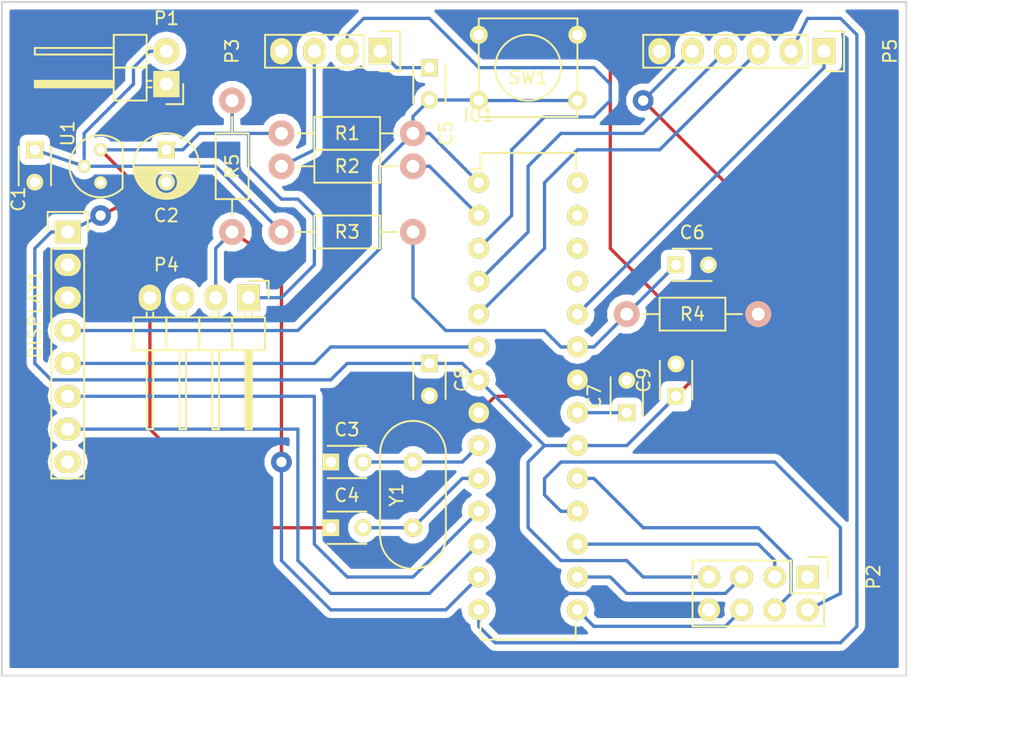
<source format=kicad_pcb>
(kicad_pcb (version 4) (host pcbnew 4.0.1-stable)

  (general
    (links 65)
    (no_connects 0)
    (area 144.704999 90.094999 214.705001 142.315001)
    (thickness 1.6)
    (drawings 6)
    (tracks 212)
    (zones 0)
    (modules 24)
    (nets 33)
  )

  (page A4)
  (title_block
    (title MySensor)
  )

  (layers
    (0 F.Cu signal)
    (31 B.Cu signal)
    (33 F.Adhes user)
    (35 F.Paste user)
    (37 F.SilkS user)
    (39 F.Mask user)
    (40 Dwgs.User user)
    (41 Cmts.User user)
    (42 Eco1.User user)
    (43 Eco2.User user)
    (44 Edge.Cuts user)
    (45 Margin user)
    (47 F.CrtYd user)
    (49 F.Fab user)
  )

  (setup
    (last_trace_width 0.254)
    (trace_clearance 0.25)
    (zone_clearance 0.508)
    (zone_45_only no)
    (trace_min 0.2)
    (segment_width 0.2)
    (edge_width 0.15)
    (via_size 1.6)
    (via_drill 0.8)
    (via_min_size 0.4)
    (via_min_drill 0.3)
    (uvia_size 0.3)
    (uvia_drill 0.1)
    (uvias_allowed no)
    (uvia_min_size 0.2)
    (uvia_min_drill 0.1)
    (pcb_text_width 0.3)
    (pcb_text_size 1.5 1.5)
    (mod_edge_width 0.15)
    (mod_text_size 1 1)
    (mod_text_width 0.15)
    (pad_size 1.524 1.524)
    (pad_drill 0.762)
    (pad_to_mask_clearance 0.2)
    (aux_axis_origin 0 0)
    (visible_elements 7FFFFFFF)
    (pcbplotparams
      (layerselection 0x00030_80000001)
      (usegerberextensions false)
      (excludeedgelayer true)
      (linewidth 0.100000)
      (plotframeref false)
      (viasonmask false)
      (mode 1)
      (useauxorigin false)
      (hpglpennumber 1)
      (hpglpenspeed 20)
      (hpglpendiameter 15)
      (hpglpenoverlay 2)
      (psnegative false)
      (psa4output false)
      (plotreference true)
      (plotvalue true)
      (plotinvisibletext false)
      (padsonsilk false)
      (subtractmaskfromsilk false)
      (outputformat 1)
      (mirror false)
      (drillshape 1)
      (scaleselection 1)
      (outputdirectory ""))
  )

  (net 0 "")
  (net 1 "Net-(C1-Pad1)")
  (net 2 GND)
  (net 3 +3V3)
  (net 4 "Net-(C3-Pad2)")
  (net 5 "Net-(C4-Pad2)")
  (net 6 /RST)
  (net 7 /RX)
  (net 8 /TX)
  (net 9 "Net-(IC1-Pad13)")
  (net 10 /CE)
  (net 11 /CS)
  (net 12 /MISO)
  (net 13 /SCK)
  (net 14 "Net-(IC1-Pad25)")
  (net 15 "Net-(IC1-Pad26)")
  (net 16 "Net-(IC1-Pad27)")
  (net 17 "Net-(IC1-Pad28)")
  (net 18 /D/C)
  (net 19 /DIN)
  (net 20 /SCLK)
  (net 21 /LED)
  (net 22 "Net-(C7-Pad1)")
  (net 23 "Net-(IC1-Pad2)")
  (net 24 "Net-(P4-Pad3)")
  (net 25 /A0)
  (net 26 /D2)
  (net 27 /D3)
  (net 28 /D8)
  (net 29 /A1)
  (net 30 "Net-(P2-Pad1)")
  (net 31 /MOSI)
  (net 32 /RESET)

  (net_class Default "Toto je výchozí třída sítě."
    (clearance 0.25)
    (trace_width 0.254)
    (via_dia 1.6)
    (via_drill 0.8)
    (uvia_dia 0.3)
    (uvia_drill 0.1)
    (add_net +3V3)
    (add_net /A0)
    (add_net /A1)
    (add_net /CE)
    (add_net /CS)
    (add_net /D/C)
    (add_net /D2)
    (add_net /D3)
    (add_net /D8)
    (add_net /DIN)
    (add_net /LED)
    (add_net /MISO)
    (add_net /MOSI)
    (add_net /RESET)
    (add_net /RST)
    (add_net /RX)
    (add_net /SCK)
    (add_net /SCLK)
    (add_net /TX)
    (add_net GND)
    (add_net "Net-(C1-Pad1)")
    (add_net "Net-(C3-Pad2)")
    (add_net "Net-(C4-Pad2)")
    (add_net "Net-(C7-Pad1)")
    (add_net "Net-(IC1-Pad13)")
    (add_net "Net-(IC1-Pad2)")
    (add_net "Net-(IC1-Pad25)")
    (add_net "Net-(IC1-Pad26)")
    (add_net "Net-(IC1-Pad27)")
    (add_net "Net-(IC1-Pad28)")
    (add_net "Net-(P2-Pad1)")
    (add_net "Net-(P4-Pad3)")
  )

  (net_class Double ""
    (clearance 0.25)
    (trace_width 0.5)
    (via_dia 0.6)
    (via_drill 0.4)
    (uvia_dia 0.3)
    (uvia_drill 0.1)
  )

  (module Capacitors_ThroughHole:C_Disc_D3_P2.5 (layer F.Cu) (tedit 56A7DFFF) (tstamp 56A66E74)
    (at 147.32 101.6 270)
    (descr "Capacitor 3mm Disc, Pitch 2.5mm")
    (tags Capacitor)
    (path /56A29896)
    (fp_text reference C1 (at 3.81 1.27 270) (layer F.SilkS)
      (effects (font (size 1 1) (thickness 0.15)))
    )
    (fp_text value 100n (at -2.54 1.27 270) (layer F.Fab)
      (effects (font (size 1 1) (thickness 0.15)))
    )
    (fp_line (start -0.9 -1.5) (end 3.4 -1.5) (layer F.CrtYd) (width 0.05))
    (fp_line (start 3.4 -1.5) (end 3.4 1.5) (layer F.CrtYd) (width 0.05))
    (fp_line (start 3.4 1.5) (end -0.9 1.5) (layer F.CrtYd) (width 0.05))
    (fp_line (start -0.9 1.5) (end -0.9 -1.5) (layer F.CrtYd) (width 0.05))
    (fp_line (start -0.25 -1.25) (end 2.75 -1.25) (layer F.SilkS) (width 0.15))
    (fp_line (start 2.75 1.25) (end -0.25 1.25) (layer F.SilkS) (width 0.15))
    (pad 1 thru_hole rect (at 0 0 270) (size 1.3 1.3) (drill 0.8) (layers *.Cu *.Mask F.SilkS)
      (net 1 "Net-(C1-Pad1)"))
    (pad 2 thru_hole circle (at 2.5 0 270) (size 1.3 1.3) (drill 0.8001) (layers *.Cu *.Mask F.SilkS)
      (net 2 GND))
    (model Capacitors_ThroughHole.3dshapes/C_Disc_D3_P2.5.wrl
      (at (xyz 0.0492126 0 0))
      (scale (xyz 1 1 1))
      (rotate (xyz 0 0 0))
    )
  )

  (module Capacitors_ThroughHole:C_Radial_D5_L6_P2.5 (layer F.Cu) (tedit 56A7DC16) (tstamp 56A66E7A)
    (at 157.48 101.6 270)
    (descr "Radial Electrolytic Capacitor Diameter 5mm x Length 6mm, Pitch 2.5mm")
    (tags "Electrolytic Capacitor")
    (path /56A29903)
    (fp_text reference C2 (at 5.08 0 360) (layer F.SilkS)
      (effects (font (size 1 1) (thickness 0.15)))
    )
    (fp_text value 10u (at -2.54 -1.27 360) (layer F.Fab)
      (effects (font (size 1 1) (thickness 0.15)))
    )
    (fp_line (start 1.325 -2.499) (end 1.325 2.499) (layer F.SilkS) (width 0.15))
    (fp_line (start 1.465 -2.491) (end 1.465 2.491) (layer F.SilkS) (width 0.15))
    (fp_line (start 1.605 -2.475) (end 1.605 -0.095) (layer F.SilkS) (width 0.15))
    (fp_line (start 1.605 0.095) (end 1.605 2.475) (layer F.SilkS) (width 0.15))
    (fp_line (start 1.745 -2.451) (end 1.745 -0.49) (layer F.SilkS) (width 0.15))
    (fp_line (start 1.745 0.49) (end 1.745 2.451) (layer F.SilkS) (width 0.15))
    (fp_line (start 1.885 -2.418) (end 1.885 -0.657) (layer F.SilkS) (width 0.15))
    (fp_line (start 1.885 0.657) (end 1.885 2.418) (layer F.SilkS) (width 0.15))
    (fp_line (start 2.025 -2.377) (end 2.025 -0.764) (layer F.SilkS) (width 0.15))
    (fp_line (start 2.025 0.764) (end 2.025 2.377) (layer F.SilkS) (width 0.15))
    (fp_line (start 2.165 -2.327) (end 2.165 -0.835) (layer F.SilkS) (width 0.15))
    (fp_line (start 2.165 0.835) (end 2.165 2.327) (layer F.SilkS) (width 0.15))
    (fp_line (start 2.305 -2.266) (end 2.305 -0.879) (layer F.SilkS) (width 0.15))
    (fp_line (start 2.305 0.879) (end 2.305 2.266) (layer F.SilkS) (width 0.15))
    (fp_line (start 2.445 -2.196) (end 2.445 -0.898) (layer F.SilkS) (width 0.15))
    (fp_line (start 2.445 0.898) (end 2.445 2.196) (layer F.SilkS) (width 0.15))
    (fp_line (start 2.585 -2.114) (end 2.585 -0.896) (layer F.SilkS) (width 0.15))
    (fp_line (start 2.585 0.896) (end 2.585 2.114) (layer F.SilkS) (width 0.15))
    (fp_line (start 2.725 -2.019) (end 2.725 -0.871) (layer F.SilkS) (width 0.15))
    (fp_line (start 2.725 0.871) (end 2.725 2.019) (layer F.SilkS) (width 0.15))
    (fp_line (start 2.865 -1.908) (end 2.865 -0.823) (layer F.SilkS) (width 0.15))
    (fp_line (start 2.865 0.823) (end 2.865 1.908) (layer F.SilkS) (width 0.15))
    (fp_line (start 3.005 -1.78) (end 3.005 -0.745) (layer F.SilkS) (width 0.15))
    (fp_line (start 3.005 0.745) (end 3.005 1.78) (layer F.SilkS) (width 0.15))
    (fp_line (start 3.145 -1.631) (end 3.145 -0.628) (layer F.SilkS) (width 0.15))
    (fp_line (start 3.145 0.628) (end 3.145 1.631) (layer F.SilkS) (width 0.15))
    (fp_line (start 3.285 -1.452) (end 3.285 -0.44) (layer F.SilkS) (width 0.15))
    (fp_line (start 3.285 0.44) (end 3.285 1.452) (layer F.SilkS) (width 0.15))
    (fp_line (start 3.425 -1.233) (end 3.425 1.233) (layer F.SilkS) (width 0.15))
    (fp_line (start 3.565 -0.944) (end 3.565 0.944) (layer F.SilkS) (width 0.15))
    (fp_line (start 3.705 -0.472) (end 3.705 0.472) (layer F.SilkS) (width 0.15))
    (fp_circle (center 2.5 0) (end 2.5 -0.9) (layer F.SilkS) (width 0.15))
    (fp_circle (center 1.25 0) (end 1.25 -2.5375) (layer F.SilkS) (width 0.15))
    (fp_circle (center 1.25 0) (end 1.25 -2.8) (layer F.CrtYd) (width 0.05))
    (pad 1 thru_hole rect (at 0 0 270) (size 1.3 1.3) (drill 0.8) (layers *.Cu *.Mask F.SilkS)
      (net 3 +3V3))
    (pad 2 thru_hole circle (at 2.5 0 270) (size 1.3 1.3) (drill 0.8) (layers *.Cu *.Mask F.SilkS)
      (net 2 GND))
    (model Capacitors_ThroughHole.3dshapes/C_Radial_D5_L6_P2.5.wrl
      (at (xyz 0.0492126 0 0))
      (scale (xyz 1 1 1))
      (rotate (xyz 0 0 90))
    )
  )

  (module Capacitors_ThroughHole:C_Disc_D3_P2.5 (layer F.Cu) (tedit 0) (tstamp 56A66E80)
    (at 170.18 125.73)
    (descr "Capacitor 3mm Disc, Pitch 2.5mm")
    (tags Capacitor)
    (path /56A2957E)
    (fp_text reference C3 (at 1.25 -2.5) (layer F.SilkS)
      (effects (font (size 1 1) (thickness 0.15)))
    )
    (fp_text value 22p (at 1.25 2.5) (layer F.Fab)
      (effects (font (size 1 1) (thickness 0.15)))
    )
    (fp_line (start -0.9 -1.5) (end 3.4 -1.5) (layer F.CrtYd) (width 0.05))
    (fp_line (start 3.4 -1.5) (end 3.4 1.5) (layer F.CrtYd) (width 0.05))
    (fp_line (start 3.4 1.5) (end -0.9 1.5) (layer F.CrtYd) (width 0.05))
    (fp_line (start -0.9 1.5) (end -0.9 -1.5) (layer F.CrtYd) (width 0.05))
    (fp_line (start -0.25 -1.25) (end 2.75 -1.25) (layer F.SilkS) (width 0.15))
    (fp_line (start 2.75 1.25) (end -0.25 1.25) (layer F.SilkS) (width 0.15))
    (pad 1 thru_hole rect (at 0 0) (size 1.3 1.3) (drill 0.8) (layers *.Cu *.Mask F.SilkS)
      (net 2 GND))
    (pad 2 thru_hole circle (at 2.5 0) (size 1.3 1.3) (drill 0.8001) (layers *.Cu *.Mask F.SilkS)
      (net 4 "Net-(C3-Pad2)"))
    (model Capacitors_ThroughHole.3dshapes/C_Disc_D3_P2.5.wrl
      (at (xyz 0.0492126 0 0))
      (scale (xyz 1 1 1))
      (rotate (xyz 0 0 0))
    )
  )

  (module Capacitors_ThroughHole:C_Disc_D3_P2.5 (layer F.Cu) (tedit 0) (tstamp 56A66E86)
    (at 170.18 130.81)
    (descr "Capacitor 3mm Disc, Pitch 2.5mm")
    (tags Capacitor)
    (path /56A29549)
    (fp_text reference C4 (at 1.25 -2.5) (layer F.SilkS)
      (effects (font (size 1 1) (thickness 0.15)))
    )
    (fp_text value 22p (at 1.25 2.5) (layer F.Fab)
      (effects (font (size 1 1) (thickness 0.15)))
    )
    (fp_line (start -0.9 -1.5) (end 3.4 -1.5) (layer F.CrtYd) (width 0.05))
    (fp_line (start 3.4 -1.5) (end 3.4 1.5) (layer F.CrtYd) (width 0.05))
    (fp_line (start 3.4 1.5) (end -0.9 1.5) (layer F.CrtYd) (width 0.05))
    (fp_line (start -0.9 1.5) (end -0.9 -1.5) (layer F.CrtYd) (width 0.05))
    (fp_line (start -0.25 -1.25) (end 2.75 -1.25) (layer F.SilkS) (width 0.15))
    (fp_line (start 2.75 1.25) (end -0.25 1.25) (layer F.SilkS) (width 0.15))
    (pad 1 thru_hole rect (at 0 0) (size 1.3 1.3) (drill 0.8) (layers *.Cu *.Mask F.SilkS)
      (net 2 GND))
    (pad 2 thru_hole circle (at 2.5 0) (size 1.3 1.3) (drill 0.8001) (layers *.Cu *.Mask F.SilkS)
      (net 5 "Net-(C4-Pad2)"))
    (model Capacitors_ThroughHole.3dshapes/C_Disc_D3_P2.5.wrl
      (at (xyz 0.0492126 0 0))
      (scale (xyz 1 1 1))
      (rotate (xyz 0 0 0))
    )
  )

  (module Capacitors_ThroughHole:C_Disc_D3_P2.5 (layer F.Cu) (tedit 56A77FC8) (tstamp 56A66E8C)
    (at 177.8 95.25 270)
    (descr "Capacitor 3mm Disc, Pitch 2.5mm")
    (tags Capacitor)
    (path /56A2B0DB)
    (fp_text reference C5 (at 5.08 -1.27 270) (layer F.SilkS)
      (effects (font (size 1 1) (thickness 0.15)))
    )
    (fp_text value 100n (at 1.25 2.5 270) (layer F.Fab)
      (effects (font (size 1 1) (thickness 0.15)))
    )
    (fp_line (start -0.9 -1.5) (end 3.4 -1.5) (layer F.CrtYd) (width 0.05))
    (fp_line (start 3.4 -1.5) (end 3.4 1.5) (layer F.CrtYd) (width 0.05))
    (fp_line (start 3.4 1.5) (end -0.9 1.5) (layer F.CrtYd) (width 0.05))
    (fp_line (start -0.9 1.5) (end -0.9 -1.5) (layer F.CrtYd) (width 0.05))
    (fp_line (start -0.25 -1.25) (end 2.75 -1.25) (layer F.SilkS) (width 0.15))
    (fp_line (start 2.75 1.25) (end -0.25 1.25) (layer F.SilkS) (width 0.15))
    (pad 1 thru_hole rect (at 0 0 270) (size 1.3 1.3) (drill 0.8) (layers *.Cu *.Mask F.SilkS)
      (net 32 /RESET))
    (pad 2 thru_hole circle (at 2.5 0 270) (size 1.3 1.3) (drill 0.8001) (layers *.Cu *.Mask F.SilkS)
      (net 6 /RST))
    (model Capacitors_ThroughHole.3dshapes/C_Disc_D3_P2.5.wrl
      (at (xyz 0.0492126 0 0))
      (scale (xyz 1 1 1))
      (rotate (xyz 0 0 0))
    )
  )

  (module Capacitors_ThroughHole:C_Disc_D3_P2.5 (layer F.Cu) (tedit 56A796BD) (tstamp 56A66E92)
    (at 196.85 110.49)
    (descr "Capacitor 3mm Disc, Pitch 2.5mm")
    (tags Capacitor)
    (path /56A5C34E)
    (fp_text reference C6 (at 1.25 -2.5) (layer F.SilkS)
      (effects (font (size 1 1) (thickness 0.15)))
    )
    (fp_text value 100n (at 1.27 1.27) (layer F.Fab)
      (effects (font (size 1 1) (thickness 0.15)))
    )
    (fp_line (start -0.9 -1.5) (end 3.4 -1.5) (layer F.CrtYd) (width 0.05))
    (fp_line (start 3.4 -1.5) (end 3.4 1.5) (layer F.CrtYd) (width 0.05))
    (fp_line (start 3.4 1.5) (end -0.9 1.5) (layer F.CrtYd) (width 0.05))
    (fp_line (start -0.9 1.5) (end -0.9 -1.5) (layer F.CrtYd) (width 0.05))
    (fp_line (start -0.25 -1.25) (end 2.75 -1.25) (layer F.SilkS) (width 0.15))
    (fp_line (start 2.75 1.25) (end -0.25 1.25) (layer F.SilkS) (width 0.15))
    (pad 1 thru_hole rect (at 0 0) (size 1.3 1.3) (drill 0.8) (layers *.Cu *.Mask F.SilkS)
      (net 25 /A0))
    (pad 2 thru_hole circle (at 2.5 0) (size 1.3 1.3) (drill 0.8001) (layers *.Cu *.Mask F.SilkS)
      (net 2 GND))
    (model Capacitors_ThroughHole.3dshapes/C_Disc_D3_P2.5.wrl
      (at (xyz 0.0492126 0 0))
      (scale (xyz 1 1 1))
      (rotate (xyz 0 0 0))
    )
  )

  (module Capacitors_ThroughHole:C_Disc_D3_P2.5 (layer F.Cu) (tedit 0) (tstamp 56A66E98)
    (at 193.04 121.92 90)
    (descr "Capacitor 3mm Disc, Pitch 2.5mm")
    (tags Capacitor)
    (path /56A6821A)
    (fp_text reference C7 (at 1.25 -2.5 90) (layer F.SilkS)
      (effects (font (size 1 1) (thickness 0.15)))
    )
    (fp_text value 100n (at 1.25 2.5 90) (layer F.Fab)
      (effects (font (size 1 1) (thickness 0.15)))
    )
    (fp_line (start -0.9 -1.5) (end 3.4 -1.5) (layer F.CrtYd) (width 0.05))
    (fp_line (start 3.4 -1.5) (end 3.4 1.5) (layer F.CrtYd) (width 0.05))
    (fp_line (start 3.4 1.5) (end -0.9 1.5) (layer F.CrtYd) (width 0.05))
    (fp_line (start -0.9 1.5) (end -0.9 -1.5) (layer F.CrtYd) (width 0.05))
    (fp_line (start -0.25 -1.25) (end 2.75 -1.25) (layer F.SilkS) (width 0.15))
    (fp_line (start 2.75 1.25) (end -0.25 1.25) (layer F.SilkS) (width 0.15))
    (pad 1 thru_hole rect (at 0 0 90) (size 1.3 1.3) (drill 0.8) (layers *.Cu *.Mask F.SilkS)
      (net 22 "Net-(C7-Pad1)"))
    (pad 2 thru_hole circle (at 2.5 0 90) (size 1.3 1.3) (drill 0.8001) (layers *.Cu *.Mask F.SilkS)
      (net 2 GND))
    (model Capacitors_ThroughHole.3dshapes/C_Disc_D3_P2.5.wrl
      (at (xyz 0.0492126 0 0))
      (scale (xyz 1 1 1))
      (rotate (xyz 0 0 0))
    )
  )

  (module Capacitors_ThroughHole:C_Disc_D3_P2.5 (layer F.Cu) (tedit 0) (tstamp 56A66E9E)
    (at 177.8 118.11 270)
    (descr "Capacitor 3mm Disc, Pitch 2.5mm")
    (tags Capacitor)
    (path /56A69AFE)
    (fp_text reference C8 (at 1.25 -2.5 270) (layer F.SilkS)
      (effects (font (size 1 1) (thickness 0.15)))
    )
    (fp_text value 100n (at 1.25 2.5 270) (layer F.Fab)
      (effects (font (size 1 1) (thickness 0.15)))
    )
    (fp_line (start -0.9 -1.5) (end 3.4 -1.5) (layer F.CrtYd) (width 0.05))
    (fp_line (start 3.4 -1.5) (end 3.4 1.5) (layer F.CrtYd) (width 0.05))
    (fp_line (start 3.4 1.5) (end -0.9 1.5) (layer F.CrtYd) (width 0.05))
    (fp_line (start -0.9 1.5) (end -0.9 -1.5) (layer F.CrtYd) (width 0.05))
    (fp_line (start -0.25 -1.25) (end 2.75 -1.25) (layer F.SilkS) (width 0.15))
    (fp_line (start 2.75 1.25) (end -0.25 1.25) (layer F.SilkS) (width 0.15))
    (pad 1 thru_hole rect (at 0 0 270) (size 1.3 1.3) (drill 0.8) (layers *.Cu *.Mask F.SilkS)
      (net 3 +3V3))
    (pad 2 thru_hole circle (at 2.5 0 270) (size 1.3 1.3) (drill 0.8001) (layers *.Cu *.Mask F.SilkS)
      (net 2 GND))
    (model Capacitors_ThroughHole.3dshapes/C_Disc_D3_P2.5.wrl
      (at (xyz 0.0492126 0 0))
      (scale (xyz 1 1 1))
      (rotate (xyz 0 0 0))
    )
  )

  (module Capacitors_ThroughHole:C_Disc_D3_P2.5 (layer F.Cu) (tedit 0) (tstamp 56A66EA4)
    (at 196.85 120.65 90)
    (descr "Capacitor 3mm Disc, Pitch 2.5mm")
    (tags Capacitor)
    (path /56A69B89)
    (fp_text reference C9 (at 1.25 -2.5 90) (layer F.SilkS)
      (effects (font (size 1 1) (thickness 0.15)))
    )
    (fp_text value 100n (at 1.25 2.5 90) (layer F.Fab)
      (effects (font (size 1 1) (thickness 0.15)))
    )
    (fp_line (start -0.9 -1.5) (end 3.4 -1.5) (layer F.CrtYd) (width 0.05))
    (fp_line (start 3.4 -1.5) (end 3.4 1.5) (layer F.CrtYd) (width 0.05))
    (fp_line (start 3.4 1.5) (end -0.9 1.5) (layer F.CrtYd) (width 0.05))
    (fp_line (start -0.9 1.5) (end -0.9 -1.5) (layer F.CrtYd) (width 0.05))
    (fp_line (start -0.25 -1.25) (end 2.75 -1.25) (layer F.SilkS) (width 0.15))
    (fp_line (start 2.75 1.25) (end -0.25 1.25) (layer F.SilkS) (width 0.15))
    (pad 1 thru_hole rect (at 0 0 90) (size 1.3 1.3) (drill 0.8) (layers *.Cu *.Mask F.SilkS)
      (net 3 +3V3))
    (pad 2 thru_hole circle (at 2.5 0 90) (size 1.3 1.3) (drill 0.8001) (layers *.Cu *.Mask F.SilkS)
      (net 2 GND))
    (model Capacitors_ThroughHole.3dshapes/C_Disc_D3_P2.5.wrl
      (at (xyz 0.0492126 0 0))
      (scale (xyz 1 1 1))
      (rotate (xyz 0 0 0))
    )
  )

  (module Socket_Strips:Socket_Strip_Straight_1x08 (layer F.Cu) (tedit 56A761A3) (tstamp 56A66EB0)
    (at 149.86 107.95 270)
    (descr "Through hole socket strip")
    (tags "socket strip")
    (path /56A3F952)
    (fp_text reference DISPLAY1 (at 6.35 2.54 270) (layer F.SilkS)
      (effects (font (size 1 1) (thickness 0.15)))
    )
    (fp_text value PCD8544 (at 5.08 -2.54 270) (layer F.Fab)
      (effects (font (size 1 1) (thickness 0.15)))
    )
    (fp_line (start -1.75 -1.75) (end -1.75 1.75) (layer F.CrtYd) (width 0.05))
    (fp_line (start 19.55 -1.75) (end 19.55 1.75) (layer F.CrtYd) (width 0.05))
    (fp_line (start -1.75 -1.75) (end 19.55 -1.75) (layer F.CrtYd) (width 0.05))
    (fp_line (start -1.75 1.75) (end 19.55 1.75) (layer F.CrtYd) (width 0.05))
    (fp_line (start 1.27 1.27) (end 19.05 1.27) (layer F.SilkS) (width 0.15))
    (fp_line (start 19.05 1.27) (end 19.05 -1.27) (layer F.SilkS) (width 0.15))
    (fp_line (start 19.05 -1.27) (end 1.27 -1.27) (layer F.SilkS) (width 0.15))
    (fp_line (start -1.55 1.55) (end 0 1.55) (layer F.SilkS) (width 0.15))
    (fp_line (start 1.27 1.27) (end 1.27 -1.27) (layer F.SilkS) (width 0.15))
    (fp_line (start 0 -1.55) (end -1.55 -1.55) (layer F.SilkS) (width 0.15))
    (fp_line (start -1.55 -1.55) (end -1.55 1.55) (layer F.SilkS) (width 0.15))
    (pad 1 thru_hole rect (at 0 0 270) (size 1.7272 2.032) (drill 1.016) (layers *.Cu *.Mask F.SilkS)
      (net 3 +3V3))
    (pad 2 thru_hole oval (at 2.54 0 270) (size 1.7272 2.032) (drill 1.016) (layers *.Cu *.Mask F.SilkS)
      (net 2 GND))
    (pad 3 thru_hole oval (at 5.08 0 270) (size 1.7272 2.032) (drill 1.016) (layers *.Cu *.Mask F.SilkS)
      (net 2 GND))
    (pad 4 thru_hole oval (at 7.62 0 270) (size 1.7272 2.032) (drill 1.016) (layers *.Cu *.Mask F.SilkS)
      (net 6 /RST))
    (pad 5 thru_hole oval (at 10.16 0 270) (size 1.7272 2.032) (drill 1.016) (layers *.Cu *.Mask F.SilkS)
      (net 18 /D/C))
    (pad 6 thru_hole oval (at 12.7 0 270) (size 1.7272 2.032) (drill 1.016) (layers *.Cu *.Mask F.SilkS)
      (net 19 /DIN))
    (pad 7 thru_hole oval (at 15.24 0 270) (size 1.7272 2.032) (drill 1.016) (layers *.Cu *.Mask F.SilkS)
      (net 20 /SCLK))
    (pad 8 thru_hole oval (at 17.78 0 270) (size 1.7272 2.032) (drill 1.016) (layers *.Cu *.Mask F.SilkS)
      (net 21 /LED))
    (model Socket_Strips.3dshapes/Socket_Strip_Straight_1x08.wrl
      (at (xyz 0.35 0 0))
      (scale (xyz 1 1 1))
      (rotate (xyz 0 0 180))
    )
  )

  (module Housings_DIP:DIP-28_W7.62mm (layer F.Cu) (tedit 56A76093) (tstamp 56A66ED0)
    (at 181.61 104.14)
    (descr "28-lead dip package, row spacing 7.62 mm (300 mils)")
    (tags "dil dip 2.54 300")
    (path /56A2924F)
    (fp_text reference IC1 (at 0 -5.22) (layer F.SilkS)
      (effects (font (size 1 1) (thickness 0.15)))
    )
    (fp_text value ATMEGA328P-P (at 3.81 27.94 90) (layer F.Fab)
      (effects (font (size 1 1) (thickness 0.15)))
    )
    (fp_line (start -1.05 -2.45) (end -1.05 35.5) (layer F.CrtYd) (width 0.05))
    (fp_line (start 8.65 -2.45) (end 8.65 35.5) (layer F.CrtYd) (width 0.05))
    (fp_line (start -1.05 -2.45) (end 8.65 -2.45) (layer F.CrtYd) (width 0.05))
    (fp_line (start -1.05 35.5) (end 8.65 35.5) (layer F.CrtYd) (width 0.05))
    (fp_line (start 0.135 -2.295) (end 0.135 -1.025) (layer F.SilkS) (width 0.15))
    (fp_line (start 7.485 -2.295) (end 7.485 -1.025) (layer F.SilkS) (width 0.15))
    (fp_line (start 7.485 35.315) (end 7.485 34.045) (layer F.SilkS) (width 0.15))
    (fp_line (start 0.135 35.315) (end 0.135 34.045) (layer F.SilkS) (width 0.15))
    (fp_line (start 0.135 -2.295) (end 7.485 -2.295) (layer F.SilkS) (width 0.15))
    (fp_line (start 0.135 35.315) (end 7.485 35.315) (layer F.SilkS) (width 0.15))
    (fp_line (start 0.135 -1.025) (end -0.8 -1.025) (layer F.SilkS) (width 0.15))
    (pad 1 thru_hole oval (at 0 0) (size 1.6 1.6) (drill 0.8) (layers *.Cu *.Mask F.SilkS)
      (net 6 /RST))
    (pad 2 thru_hole oval (at 0 2.54) (size 1.6 1.6) (drill 0.8) (layers *.Cu *.Mask F.SilkS)
      (net 23 "Net-(IC1-Pad2)"))
    (pad 3 thru_hole oval (at 0 5.08) (size 1.6 1.6) (drill 0.8) (layers *.Cu *.Mask F.SilkS)
      (net 7 /RX))
    (pad 4 thru_hole oval (at 0 7.62) (size 1.6 1.6) (drill 0.8) (layers *.Cu *.Mask F.SilkS)
      (net 26 /D2))
    (pad 5 thru_hole oval (at 0 10.16) (size 1.6 1.6) (drill 0.8) (layers *.Cu *.Mask F.SilkS)
      (net 27 /D3))
    (pad 6 thru_hole oval (at 0 12.7) (size 1.6 1.6) (drill 0.8) (layers *.Cu *.Mask F.SilkS)
      (net 18 /D/C))
    (pad 7 thru_hole oval (at 0 15.24) (size 1.6 1.6) (drill 0.8) (layers *.Cu *.Mask F.SilkS)
      (net 3 +3V3))
    (pad 8 thru_hole oval (at 0 17.78) (size 1.6 1.6) (drill 0.8) (layers *.Cu *.Mask F.SilkS)
      (net 2 GND))
    (pad 9 thru_hole oval (at 0 20.32) (size 1.6 1.6) (drill 0.8) (layers *.Cu *.Mask F.SilkS)
      (net 4 "Net-(C3-Pad2)"))
    (pad 10 thru_hole oval (at 0 22.86) (size 1.6 1.6) (drill 0.8) (layers *.Cu *.Mask F.SilkS)
      (net 5 "Net-(C4-Pad2)"))
    (pad 11 thru_hole oval (at 0 25.4) (size 1.6 1.6) (drill 0.8) (layers *.Cu *.Mask F.SilkS)
      (net 19 /DIN))
    (pad 12 thru_hole oval (at 0 27.94) (size 1.6 1.6) (drill 0.8) (layers *.Cu *.Mask F.SilkS)
      (net 20 /SCLK))
    (pad 13 thru_hole oval (at 0 30.48) (size 1.6 1.6) (drill 0.8) (layers *.Cu *.Mask F.SilkS)
      (net 9 "Net-(IC1-Pad13)"))
    (pad 14 thru_hole oval (at 0 33.02) (size 1.6 1.6) (drill 0.8) (layers *.Cu *.Mask F.SilkS)
      (net 28 /D8))
    (pad 15 thru_hole oval (at 7.62 33.02) (size 1.6 1.6) (drill 0.8) (layers *.Cu *.Mask F.SilkS)
      (net 10 /CE))
    (pad 16 thru_hole oval (at 7.62 30.48) (size 1.6 1.6) (drill 0.8) (layers *.Cu *.Mask F.SilkS)
      (net 11 /CS))
    (pad 17 thru_hole oval (at 7.62 27.94) (size 1.6 1.6) (drill 0.8) (layers *.Cu *.Mask F.SilkS)
      (net 31 /MOSI))
    (pad 18 thru_hole oval (at 7.62 25.4) (size 1.6 1.6) (drill 0.8) (layers *.Cu *.Mask F.SilkS)
      (net 12 /MISO))
    (pad 19 thru_hole oval (at 7.62 22.86) (size 1.6 1.6) (drill 0.8) (layers *.Cu *.Mask F.SilkS)
      (net 13 /SCK))
    (pad 20 thru_hole oval (at 7.62 20.32) (size 1.6 1.6) (drill 0.8) (layers *.Cu *.Mask F.SilkS)
      (net 3 +3V3))
    (pad 21 thru_hole oval (at 7.62 17.78) (size 1.6 1.6) (drill 0.8) (layers *.Cu *.Mask F.SilkS)
      (net 22 "Net-(C7-Pad1)"))
    (pad 22 thru_hole oval (at 7.62 15.24) (size 1.6 1.6) (drill 0.8) (layers *.Cu *.Mask F.SilkS)
      (net 2 GND))
    (pad 23 thru_hole oval (at 7.62 12.7) (size 1.6 1.6) (drill 0.8) (layers *.Cu *.Mask F.SilkS)
      (net 25 /A0))
    (pad 24 thru_hole oval (at 7.62 10.16) (size 1.6 1.6) (drill 0.8) (layers *.Cu *.Mask F.SilkS)
      (net 29 /A1))
    (pad 25 thru_hole oval (at 7.62 7.62) (size 1.6 1.6) (drill 0.8) (layers *.Cu *.Mask F.SilkS)
      (net 14 "Net-(IC1-Pad25)"))
    (pad 26 thru_hole oval (at 7.62 5.08) (size 1.6 1.6) (drill 0.8) (layers *.Cu *.Mask F.SilkS)
      (net 15 "Net-(IC1-Pad26)"))
    (pad 27 thru_hole oval (at 7.62 2.54) (size 1.6 1.6) (drill 0.8) (layers *.Cu *.Mask F.SilkS)
      (net 16 "Net-(IC1-Pad27)"))
    (pad 28 thru_hole oval (at 7.62 0) (size 1.6 1.6) (drill 0.8) (layers *.Cu *.Mask F.SilkS)
      (net 17 "Net-(IC1-Pad28)"))
    (model Housings_DIP.3dshapes/DIP-28_W7.62mm.wrl
      (at (xyz 0 0 0))
      (scale (xyz 1 1 1))
      (rotate (xyz 0 0 0))
    )
  )

  (module Pin_Headers:Pin_Header_Angled_1x02 (layer F.Cu) (tedit 56A7DBF2) (tstamp 56A66ED6)
    (at 157.48 96.52 180)
    (descr "Through hole pin header")
    (tags "pin header")
    (path /56A2A179)
    (fp_text reference P1 (at 0 5.08 180) (layer F.SilkS)
      (effects (font (size 1 1) (thickness 0.15)))
    )
    (fp_text value Batt (at 7.62 5.08 180) (layer F.Fab)
      (effects (font (size 1 1) (thickness 0.15)))
    )
    (fp_line (start -1.5 -1.75) (end -1.5 4.3) (layer F.CrtYd) (width 0.05))
    (fp_line (start 10.65 -1.75) (end 10.65 4.3) (layer F.CrtYd) (width 0.05))
    (fp_line (start -1.5 -1.75) (end 10.65 -1.75) (layer F.CrtYd) (width 0.05))
    (fp_line (start -1.5 4.3) (end 10.65 4.3) (layer F.CrtYd) (width 0.05))
    (fp_line (start -1.3 -1.55) (end -1.3 0) (layer F.SilkS) (width 0.15))
    (fp_line (start 0 -1.55) (end -1.3 -1.55) (layer F.SilkS) (width 0.15))
    (fp_line (start 4.191 -0.127) (end 10.033 -0.127) (layer F.SilkS) (width 0.15))
    (fp_line (start 10.033 -0.127) (end 10.033 0.127) (layer F.SilkS) (width 0.15))
    (fp_line (start 10.033 0.127) (end 4.191 0.127) (layer F.SilkS) (width 0.15))
    (fp_line (start 4.191 0.127) (end 4.191 0) (layer F.SilkS) (width 0.15))
    (fp_line (start 4.191 0) (end 10.033 0) (layer F.SilkS) (width 0.15))
    (fp_line (start 1.524 -0.254) (end 1.143 -0.254) (layer F.SilkS) (width 0.15))
    (fp_line (start 1.524 0.254) (end 1.143 0.254) (layer F.SilkS) (width 0.15))
    (fp_line (start 1.524 2.286) (end 1.143 2.286) (layer F.SilkS) (width 0.15))
    (fp_line (start 1.524 2.794) (end 1.143 2.794) (layer F.SilkS) (width 0.15))
    (fp_line (start 1.524 -1.27) (end 4.064 -1.27) (layer F.SilkS) (width 0.15))
    (fp_line (start 1.524 1.27) (end 4.064 1.27) (layer F.SilkS) (width 0.15))
    (fp_line (start 1.524 1.27) (end 1.524 3.81) (layer F.SilkS) (width 0.15))
    (fp_line (start 1.524 3.81) (end 4.064 3.81) (layer F.SilkS) (width 0.15))
    (fp_line (start 4.064 2.286) (end 10.16 2.286) (layer F.SilkS) (width 0.15))
    (fp_line (start 10.16 2.286) (end 10.16 2.794) (layer F.SilkS) (width 0.15))
    (fp_line (start 10.16 2.794) (end 4.064 2.794) (layer F.SilkS) (width 0.15))
    (fp_line (start 4.064 3.81) (end 4.064 1.27) (layer F.SilkS) (width 0.15))
    (fp_line (start 4.064 1.27) (end 4.064 -1.27) (layer F.SilkS) (width 0.15))
    (fp_line (start 10.16 0.254) (end 4.064 0.254) (layer F.SilkS) (width 0.15))
    (fp_line (start 10.16 -0.254) (end 10.16 0.254) (layer F.SilkS) (width 0.15))
    (fp_line (start 4.064 -0.254) (end 10.16 -0.254) (layer F.SilkS) (width 0.15))
    (fp_line (start 1.524 1.27) (end 4.064 1.27) (layer F.SilkS) (width 0.15))
    (fp_line (start 1.524 -1.27) (end 1.524 1.27) (layer F.SilkS) (width 0.15))
    (pad 1 thru_hole rect (at 0 0 180) (size 2.032 2.032) (drill 1.016) (layers *.Cu *.Mask F.SilkS)
      (net 2 GND))
    (pad 2 thru_hole oval (at 0 2.54 180) (size 2.032 2.032) (drill 1.016) (layers *.Cu *.Mask F.SilkS)
      (net 1 "Net-(C1-Pad1)"))
    (model Pin_Headers.3dshapes/Pin_Header_Angled_1x02.wrl
      (at (xyz 0 -0.05 0))
      (scale (xyz 1 1 1))
      (rotate (xyz 0 0 90))
    )
  )

  (module Pin_Headers:Pin_Header_Straight_2x04 (layer F.Cu) (tedit 0) (tstamp 56A66EE2)
    (at 207.01 134.62 270)
    (descr "Through hole pin header")
    (tags "pin header")
    (path /56A76871)
    (fp_text reference P2 (at 0 -5.1 270) (layer F.SilkS)
      (effects (font (size 1 1) (thickness 0.15)))
    )
    (fp_text value NRF24L01+ (at 0 -3.1 270) (layer F.Fab)
      (effects (font (size 1 1) (thickness 0.15)))
    )
    (fp_line (start -1.75 -1.75) (end -1.75 9.4) (layer F.CrtYd) (width 0.05))
    (fp_line (start 4.3 -1.75) (end 4.3 9.4) (layer F.CrtYd) (width 0.05))
    (fp_line (start -1.75 -1.75) (end 4.3 -1.75) (layer F.CrtYd) (width 0.05))
    (fp_line (start -1.75 9.4) (end 4.3 9.4) (layer F.CrtYd) (width 0.05))
    (fp_line (start -1.27 1.27) (end -1.27 8.89) (layer F.SilkS) (width 0.15))
    (fp_line (start -1.27 8.89) (end 3.81 8.89) (layer F.SilkS) (width 0.15))
    (fp_line (start 3.81 8.89) (end 3.81 -1.27) (layer F.SilkS) (width 0.15))
    (fp_line (start 3.81 -1.27) (end 1.27 -1.27) (layer F.SilkS) (width 0.15))
    (fp_line (start 0 -1.55) (end -1.55 -1.55) (layer F.SilkS) (width 0.15))
    (fp_line (start 1.27 -1.27) (end 1.27 1.27) (layer F.SilkS) (width 0.15))
    (fp_line (start 1.27 1.27) (end -1.27 1.27) (layer F.SilkS) (width 0.15))
    (fp_line (start -1.55 -1.55) (end -1.55 0) (layer F.SilkS) (width 0.15))
    (pad 1 thru_hole rect (at 0 0 270) (size 1.7272 1.7272) (drill 1.016) (layers *.Cu *.Mask F.SilkS)
      (net 30 "Net-(P2-Pad1)"))
    (pad 2 thru_hole oval (at 2.54 0 270) (size 1.7272 1.7272) (drill 1.016) (layers *.Cu *.Mask F.SilkS)
      (net 12 /MISO))
    (pad 3 thru_hole oval (at 0 2.54 270) (size 1.7272 1.7272) (drill 1.016) (layers *.Cu *.Mask F.SilkS)
      (net 31 /MOSI))
    (pad 4 thru_hole oval (at 2.54 2.54 270) (size 1.7272 1.7272) (drill 1.016) (layers *.Cu *.Mask F.SilkS)
      (net 13 /SCK))
    (pad 5 thru_hole oval (at 0 5.08 270) (size 1.7272 1.7272) (drill 1.016) (layers *.Cu *.Mask F.SilkS)
      (net 11 /CS))
    (pad 6 thru_hole oval (at 2.54 5.08 270) (size 1.7272 1.7272) (drill 1.016) (layers *.Cu *.Mask F.SilkS)
      (net 10 /CE))
    (pad 7 thru_hole oval (at 0 7.62 270) (size 1.7272 1.7272) (drill 1.016) (layers *.Cu *.Mask F.SilkS)
      (net 3 +3V3))
    (pad 8 thru_hole oval (at 2.54 7.62 270) (size 1.7272 1.7272) (drill 1.016) (layers *.Cu *.Mask F.SilkS)
      (net 2 GND))
    (model Pin_Headers.3dshapes/Pin_Header_Straight_2x04.wrl
      (at (xyz 0.05 -0.15 0))
      (scale (xyz 1 1 1))
      (rotate (xyz 0 0 90))
    )
  )

  (module Pin_Headers:Pin_Header_Straight_1x04 (layer F.Cu) (tedit 56A77FBE) (tstamp 56A66EEA)
    (at 173.99 93.98 270)
    (descr "Through hole pin header")
    (tags "pin header")
    (path /56A2B092)
    (fp_text reference P3 (at 0 11.43 270) (layer F.SilkS)
      (effects (font (size 1 1) (thickness 0.15)))
    )
    (fp_text value FTDI (at 0 10.16 270) (layer F.Fab)
      (effects (font (size 1 1) (thickness 0.15)))
    )
    (fp_line (start -1.75 -1.75) (end -1.75 9.4) (layer F.CrtYd) (width 0.05))
    (fp_line (start 1.75 -1.75) (end 1.75 9.4) (layer F.CrtYd) (width 0.05))
    (fp_line (start -1.75 -1.75) (end 1.75 -1.75) (layer F.CrtYd) (width 0.05))
    (fp_line (start -1.75 9.4) (end 1.75 9.4) (layer F.CrtYd) (width 0.05))
    (fp_line (start -1.27 1.27) (end -1.27 8.89) (layer F.SilkS) (width 0.15))
    (fp_line (start 1.27 1.27) (end 1.27 8.89) (layer F.SilkS) (width 0.15))
    (fp_line (start 1.55 -1.55) (end 1.55 0) (layer F.SilkS) (width 0.15))
    (fp_line (start -1.27 8.89) (end 1.27 8.89) (layer F.SilkS) (width 0.15))
    (fp_line (start 1.27 1.27) (end -1.27 1.27) (layer F.SilkS) (width 0.15))
    (fp_line (start -1.55 0) (end -1.55 -1.55) (layer F.SilkS) (width 0.15))
    (fp_line (start -1.55 -1.55) (end 1.55 -1.55) (layer F.SilkS) (width 0.15))
    (pad 1 thru_hole rect (at 0 0 270) (size 2.032 1.7272) (drill 1.016) (layers *.Cu *.Mask F.SilkS)
      (net 32 /RESET))
    (pad 2 thru_hole oval (at 0 2.54 270) (size 2.032 1.7272) (drill 1.016) (layers *.Cu *.Mask F.SilkS)
      (net 7 /RX))
    (pad 3 thru_hole oval (at 0 5.08 270) (size 2.032 1.7272) (drill 1.016) (layers *.Cu *.Mask F.SilkS)
      (net 8 /TX))
    (pad 4 thru_hole oval (at 0 7.62 270) (size 2.032 1.7272) (drill 1.016) (layers *.Cu *.Mask F.SilkS)
      (net 2 GND))
    (model Pin_Headers.3dshapes/Pin_Header_Straight_1x04.wrl
      (at (xyz 0 -0.15 0))
      (scale (xyz 1 1 1))
      (rotate (xyz 0 0 90))
    )
  )

  (module Pin_Headers:Pin_Header_Angled_1x04 (layer F.Cu) (tedit 56A761B3) (tstamp 56A66EF2)
    (at 163.83 113.03 270)
    (descr "Through hole pin header")
    (tags "pin header")
    (path /56A66C8A)
    (fp_text reference P4 (at -2.54 6.35 360) (layer F.SilkS)
      (effects (font (size 1 1) (thickness 0.15)))
    )
    (fp_text value DHT22 (at 11.43 3.81 360) (layer F.Fab)
      (effects (font (size 1 1) (thickness 0.15)))
    )
    (fp_line (start -1.5 -1.75) (end -1.5 9.4) (layer F.CrtYd) (width 0.05))
    (fp_line (start 10.65 -1.75) (end 10.65 9.4) (layer F.CrtYd) (width 0.05))
    (fp_line (start -1.5 -1.75) (end 10.65 -1.75) (layer F.CrtYd) (width 0.05))
    (fp_line (start -1.5 9.4) (end 10.65 9.4) (layer F.CrtYd) (width 0.05))
    (fp_line (start -1.3 -1.55) (end -1.3 0) (layer F.SilkS) (width 0.15))
    (fp_line (start 0 -1.55) (end -1.3 -1.55) (layer F.SilkS) (width 0.15))
    (fp_line (start 4.191 -0.127) (end 10.033 -0.127) (layer F.SilkS) (width 0.15))
    (fp_line (start 10.033 -0.127) (end 10.033 0.127) (layer F.SilkS) (width 0.15))
    (fp_line (start 10.033 0.127) (end 4.191 0.127) (layer F.SilkS) (width 0.15))
    (fp_line (start 4.191 0.127) (end 4.191 0) (layer F.SilkS) (width 0.15))
    (fp_line (start 4.191 0) (end 10.033 0) (layer F.SilkS) (width 0.15))
    (fp_line (start 1.524 -0.254) (end 1.143 -0.254) (layer F.SilkS) (width 0.15))
    (fp_line (start 1.524 0.254) (end 1.143 0.254) (layer F.SilkS) (width 0.15))
    (fp_line (start 1.524 2.286) (end 1.143 2.286) (layer F.SilkS) (width 0.15))
    (fp_line (start 1.524 2.794) (end 1.143 2.794) (layer F.SilkS) (width 0.15))
    (fp_line (start 1.524 4.826) (end 1.143 4.826) (layer F.SilkS) (width 0.15))
    (fp_line (start 1.524 5.334) (end 1.143 5.334) (layer F.SilkS) (width 0.15))
    (fp_line (start 1.524 7.874) (end 1.143 7.874) (layer F.SilkS) (width 0.15))
    (fp_line (start 1.524 7.366) (end 1.143 7.366) (layer F.SilkS) (width 0.15))
    (fp_line (start 1.524 -1.27) (end 4.064 -1.27) (layer F.SilkS) (width 0.15))
    (fp_line (start 1.524 1.27) (end 4.064 1.27) (layer F.SilkS) (width 0.15))
    (fp_line (start 1.524 1.27) (end 1.524 3.81) (layer F.SilkS) (width 0.15))
    (fp_line (start 1.524 3.81) (end 4.064 3.81) (layer F.SilkS) (width 0.15))
    (fp_line (start 4.064 2.286) (end 10.16 2.286) (layer F.SilkS) (width 0.15))
    (fp_line (start 10.16 2.286) (end 10.16 2.794) (layer F.SilkS) (width 0.15))
    (fp_line (start 10.16 2.794) (end 4.064 2.794) (layer F.SilkS) (width 0.15))
    (fp_line (start 4.064 3.81) (end 4.064 1.27) (layer F.SilkS) (width 0.15))
    (fp_line (start 4.064 1.27) (end 4.064 -1.27) (layer F.SilkS) (width 0.15))
    (fp_line (start 10.16 0.254) (end 4.064 0.254) (layer F.SilkS) (width 0.15))
    (fp_line (start 10.16 -0.254) (end 10.16 0.254) (layer F.SilkS) (width 0.15))
    (fp_line (start 4.064 -0.254) (end 10.16 -0.254) (layer F.SilkS) (width 0.15))
    (fp_line (start 1.524 1.27) (end 4.064 1.27) (layer F.SilkS) (width 0.15))
    (fp_line (start 1.524 -1.27) (end 1.524 1.27) (layer F.SilkS) (width 0.15))
    (fp_line (start 1.524 6.35) (end 4.064 6.35) (layer F.SilkS) (width 0.15))
    (fp_line (start 1.524 6.35) (end 1.524 8.89) (layer F.SilkS) (width 0.15))
    (fp_line (start 1.524 8.89) (end 4.064 8.89) (layer F.SilkS) (width 0.15))
    (fp_line (start 4.064 7.366) (end 10.16 7.366) (layer F.SilkS) (width 0.15))
    (fp_line (start 10.16 7.366) (end 10.16 7.874) (layer F.SilkS) (width 0.15))
    (fp_line (start 10.16 7.874) (end 4.064 7.874) (layer F.SilkS) (width 0.15))
    (fp_line (start 4.064 8.89) (end 4.064 6.35) (layer F.SilkS) (width 0.15))
    (fp_line (start 4.064 6.35) (end 4.064 3.81) (layer F.SilkS) (width 0.15))
    (fp_line (start 10.16 5.334) (end 4.064 5.334) (layer F.SilkS) (width 0.15))
    (fp_line (start 10.16 4.826) (end 10.16 5.334) (layer F.SilkS) (width 0.15))
    (fp_line (start 4.064 4.826) (end 10.16 4.826) (layer F.SilkS) (width 0.15))
    (fp_line (start 1.524 6.35) (end 4.064 6.35) (layer F.SilkS) (width 0.15))
    (fp_line (start 1.524 3.81) (end 1.524 6.35) (layer F.SilkS) (width 0.15))
    (fp_line (start 1.524 3.81) (end 4.064 3.81) (layer F.SilkS) (width 0.15))
    (pad 1 thru_hole rect (at 0 0 270) (size 2.032 1.7272) (drill 1.016) (layers *.Cu *.Mask F.SilkS)
      (net 3 +3V3))
    (pad 2 thru_hole oval (at 0 2.54 270) (size 2.032 1.7272) (drill 1.016) (layers *.Cu *.Mask F.SilkS)
      (net 9 "Net-(IC1-Pad13)"))
    (pad 3 thru_hole oval (at 0 5.08 270) (size 2.032 1.7272) (drill 1.016) (layers *.Cu *.Mask F.SilkS)
      (net 24 "Net-(P4-Pad3)"))
    (pad 4 thru_hole oval (at 0 7.62 270) (size 2.032 1.7272) (drill 1.016) (layers *.Cu *.Mask F.SilkS)
      (net 2 GND))
    (model Pin_Headers.3dshapes/Pin_Header_Angled_1x04.wrl
      (at (xyz 0 -0.15 0))
      (scale (xyz 1 1 1))
      (rotate (xyz 0 0 90))
    )
  )

  (module Resistors_ThroughHole:Resistor_Horizontal_RM10mm (layer F.Cu) (tedit 56A76086) (tstamp 56A66EF8)
    (at 171.45 100.33)
    (descr "Resistor, Axial,  RM 10mm, 1/3W,")
    (tags "Resistor, Axial, RM 10mm, 1/3W,")
    (path /56A292C1)
    (fp_text reference R1 (at 0 0) (layer F.SilkS)
      (effects (font (size 1 1) (thickness 0.15)))
    )
    (fp_text value 10k (at 0 2.54) (layer F.Fab)
      (effects (font (size 1 1) (thickness 0.15)))
    )
    (fp_line (start -2.54 -1.27) (end 2.54 -1.27) (layer F.SilkS) (width 0.15))
    (fp_line (start 2.54 -1.27) (end 2.54 1.27) (layer F.SilkS) (width 0.15))
    (fp_line (start 2.54 1.27) (end -2.54 1.27) (layer F.SilkS) (width 0.15))
    (fp_line (start -2.54 1.27) (end -2.54 -1.27) (layer F.SilkS) (width 0.15))
    (fp_line (start -2.54 0) (end -3.81 0) (layer F.SilkS) (width 0.15))
    (fp_line (start 2.54 0) (end 3.81 0) (layer F.SilkS) (width 0.15))
    (pad 1 thru_hole circle (at -5.08 0) (size 1.99898 1.99898) (drill 1.00076) (layers *.Cu *.SilkS *.Mask)
      (net 3 +3V3))
    (pad 2 thru_hole circle (at 5.08 0) (size 1.99898 1.99898) (drill 1.00076) (layers *.Cu *.SilkS *.Mask)
      (net 6 /RST))
    (model Resistors_ThroughHole.3dshapes/Resistor_Horizontal_RM10mm.wrl
      (at (xyz 0 0 0))
      (scale (xyz 0.4 0.4 0.4))
      (rotate (xyz 0 0 0))
    )
  )

  (module Resistors_ThroughHole:Resistor_Horizontal_RM10mm (layer F.Cu) (tedit 56A76082) (tstamp 56A66EFE)
    (at 171.45 102.87)
    (descr "Resistor, Axial,  RM 10mm, 1/3W,")
    (tags "Resistor, Axial, RM 10mm, 1/3W,")
    (path /56A5CFAB)
    (fp_text reference R2 (at 0 0) (layer F.SilkS)
      (effects (font (size 1 1) (thickness 0.15)))
    )
    (fp_text value 10k (at 0 2.54) (layer F.Fab)
      (effects (font (size 1 1) (thickness 0.15)))
    )
    (fp_line (start -2.54 -1.27) (end 2.54 -1.27) (layer F.SilkS) (width 0.15))
    (fp_line (start 2.54 -1.27) (end 2.54 1.27) (layer F.SilkS) (width 0.15))
    (fp_line (start 2.54 1.27) (end -2.54 1.27) (layer F.SilkS) (width 0.15))
    (fp_line (start -2.54 1.27) (end -2.54 -1.27) (layer F.SilkS) (width 0.15))
    (fp_line (start -2.54 0) (end -3.81 0) (layer F.SilkS) (width 0.15))
    (fp_line (start 2.54 0) (end 3.81 0) (layer F.SilkS) (width 0.15))
    (pad 1 thru_hole circle (at -5.08 0) (size 1.99898 1.99898) (drill 1.00076) (layers *.Cu *.SilkS *.Mask)
      (net 8 /TX))
    (pad 2 thru_hole circle (at 5.08 0) (size 1.99898 1.99898) (drill 1.00076) (layers *.Cu *.SilkS *.Mask)
      (net 23 "Net-(IC1-Pad2)"))
    (model Resistors_ThroughHole.3dshapes/Resistor_Horizontal_RM10mm.wrl
      (at (xyz 0 0 0))
      (scale (xyz 0.4 0.4 0.4))
      (rotate (xyz 0 0 0))
    )
  )

  (module Resistors_ThroughHole:Resistor_Horizontal_RM10mm (layer F.Cu) (tedit 56A76185) (tstamp 56A66F04)
    (at 171.45 107.95)
    (descr "Resistor, Axial,  RM 10mm, 1/3W,")
    (tags "Resistor, Axial, RM 10mm, 1/3W,")
    (path /56A5C113)
    (fp_text reference R3 (at 0 0) (layer F.SilkS)
      (effects (font (size 1 1) (thickness 0.15)))
    )
    (fp_text value 1M (at 0 2.54) (layer F.Fab)
      (effects (font (size 1 1) (thickness 0.15)))
    )
    (fp_line (start -2.54 -1.27) (end 2.54 -1.27) (layer F.SilkS) (width 0.15))
    (fp_line (start 2.54 -1.27) (end 2.54 1.27) (layer F.SilkS) (width 0.15))
    (fp_line (start 2.54 1.27) (end -2.54 1.27) (layer F.SilkS) (width 0.15))
    (fp_line (start -2.54 1.27) (end -2.54 -1.27) (layer F.SilkS) (width 0.15))
    (fp_line (start -2.54 0) (end -3.81 0) (layer F.SilkS) (width 0.15))
    (fp_line (start 2.54 0) (end 3.81 0) (layer F.SilkS) (width 0.15))
    (pad 1 thru_hole circle (at -5.08 0) (size 1.99898 1.99898) (drill 1.00076) (layers *.Cu *.SilkS *.Mask)
      (net 1 "Net-(C1-Pad1)"))
    (pad 2 thru_hole circle (at 5.08 0) (size 1.99898 1.99898) (drill 1.00076) (layers *.Cu *.SilkS *.Mask)
      (net 25 /A0))
    (model Resistors_ThroughHole.3dshapes/Resistor_Horizontal_RM10mm.wrl
      (at (xyz 0 0 0))
      (scale (xyz 0.4 0.4 0.4))
      (rotate (xyz 0 0 0))
    )
  )

  (module Resistors_ThroughHole:Resistor_Horizontal_RM10mm (layer F.Cu) (tedit 56A796B0) (tstamp 56A66F0A)
    (at 198.12 114.3)
    (descr "Resistor, Axial,  RM 10mm, 1/3W,")
    (tags "Resistor, Axial, RM 10mm, 1/3W,")
    (path /56A5C2EC)
    (fp_text reference R4 (at 0 0) (layer F.SilkS)
      (effects (font (size 1 1) (thickness 0.15)))
    )
    (fp_text value 270K (at 3.81 3.81) (layer F.Fab)
      (effects (font (size 1 1) (thickness 0.15)))
    )
    (fp_line (start -2.54 -1.27) (end 2.54 -1.27) (layer F.SilkS) (width 0.15))
    (fp_line (start 2.54 -1.27) (end 2.54 1.27) (layer F.SilkS) (width 0.15))
    (fp_line (start 2.54 1.27) (end -2.54 1.27) (layer F.SilkS) (width 0.15))
    (fp_line (start -2.54 1.27) (end -2.54 -1.27) (layer F.SilkS) (width 0.15))
    (fp_line (start -2.54 0) (end -3.81 0) (layer F.SilkS) (width 0.15))
    (fp_line (start 2.54 0) (end 3.81 0) (layer F.SilkS) (width 0.15))
    (pad 1 thru_hole circle (at -5.08 0) (size 1.99898 1.99898) (drill 1.00076) (layers *.Cu *.SilkS *.Mask)
      (net 25 /A0))
    (pad 2 thru_hole circle (at 5.08 0) (size 1.99898 1.99898) (drill 1.00076) (layers *.Cu *.SilkS *.Mask)
      (net 2 GND))
    (model Resistors_ThroughHole.3dshapes/Resistor_Horizontal_RM10mm.wrl
      (at (xyz 0 0 0))
      (scale (xyz 0.4 0.4 0.4))
      (rotate (xyz 0 0 0))
    )
  )

  (module Resistors_ThroughHole:Resistor_Horizontal_RM10mm (layer F.Cu) (tedit 56A7617E) (tstamp 56A66F10)
    (at 162.56 102.87 90)
    (descr "Resistor, Axial,  RM 10mm, 1/3W,")
    (tags "Resistor, Axial, RM 10mm, 1/3W,")
    (path /56A67A42)
    (fp_text reference R5 (at 0 0 90) (layer F.SilkS)
      (effects (font (size 1 1) (thickness 0.15)))
    )
    (fp_text value 10k (at 0 2.54 90) (layer F.Fab)
      (effects (font (size 1 1) (thickness 0.15)))
    )
    (fp_line (start -2.54 -1.27) (end 2.54 -1.27) (layer F.SilkS) (width 0.15))
    (fp_line (start 2.54 -1.27) (end 2.54 1.27) (layer F.SilkS) (width 0.15))
    (fp_line (start 2.54 1.27) (end -2.54 1.27) (layer F.SilkS) (width 0.15))
    (fp_line (start -2.54 1.27) (end -2.54 -1.27) (layer F.SilkS) (width 0.15))
    (fp_line (start -2.54 0) (end -3.81 0) (layer F.SilkS) (width 0.15))
    (fp_line (start 2.54 0) (end 3.81 0) (layer F.SilkS) (width 0.15))
    (pad 1 thru_hole circle (at -5.08 0 90) (size 1.99898 1.99898) (drill 1.00076) (layers *.Cu *.SilkS *.Mask)
      (net 9 "Net-(IC1-Pad13)"))
    (pad 2 thru_hole circle (at 5.08 0 90) (size 1.99898 1.99898) (drill 1.00076) (layers *.Cu *.SilkS *.Mask)
      (net 3 +3V3))
    (model Resistors_ThroughHole.3dshapes/Resistor_Horizontal_RM10mm.wrl
      (at (xyz 0 0 0))
      (scale (xyz 0.4 0.4 0.4))
      (rotate (xyz 0 0 0))
    )
  )

  (module Buttons_Switches_ThroughHole:SW_PUSH_SMALL (layer F.Cu) (tedit 0) (tstamp 56A66F18)
    (at 185.42 95.25 180)
    (path /56A5D1AB)
    (fp_text reference SW1 (at 0 -0.762 180) (layer F.SilkS)
      (effects (font (size 1 1) (thickness 0.15)))
    )
    (fp_text value "RESET BTN" (at 0 1.016 180) (layer F.Fab)
      (effects (font (size 1 1) (thickness 0.15)))
    )
    (fp_circle (center 0 0) (end 0 -2.54) (layer F.SilkS) (width 0.15))
    (fp_line (start -3.81 -3.81) (end 3.81 -3.81) (layer F.SilkS) (width 0.15))
    (fp_line (start 3.81 -3.81) (end 3.81 3.81) (layer F.SilkS) (width 0.15))
    (fp_line (start 3.81 3.81) (end -3.81 3.81) (layer F.SilkS) (width 0.15))
    (fp_line (start -3.81 -3.81) (end -3.81 3.81) (layer F.SilkS) (width 0.15))
    (pad 1 thru_hole circle (at 3.81 -2.54 180) (size 1.397 1.397) (drill 0.8128) (layers *.Cu *.Mask F.SilkS)
      (net 6 /RST))
    (pad 2 thru_hole circle (at 3.81 2.54 180) (size 1.397 1.397) (drill 0.8128) (layers *.Cu *.Mask F.SilkS)
      (net 2 GND))
    (pad 1 thru_hole circle (at -3.81 -2.54 180) (size 1.397 1.397) (drill 0.8128) (layers *.Cu *.Mask F.SilkS)
      (net 6 /RST))
    (pad 2 thru_hole circle (at -3.81 2.54 180) (size 1.397 1.397) (drill 0.8128) (layers *.Cu *.Mask F.SilkS)
      (net 2 GND))
  )

  (module TO_SOT_Packages_THT:TO-92_Molded_Narrow (layer F.Cu) (tedit 56A7DBFD) (tstamp 56A66F1F)
    (at 152.4 104.14 90)
    (descr "TO-92 leads molded, narrow, drill 0.6mm (see NXP sot054_po.pdf)")
    (tags "to-92 sc-43 sc-43a sot54 PA33 transistor")
    (path /56A7912B)
    (fp_text reference U1 (at 3.81 -2.54 90) (layer F.SilkS)
      (effects (font (size 1 1) (thickness 0.15)))
    )
    (fp_text value MCP1702 (at 5.08 0 180) (layer F.Fab)
      (effects (font (size 1 1) (thickness 0.15)))
    )
    (fp_line (start -1.4 1.95) (end -1.4 -2.65) (layer F.CrtYd) (width 0.05))
    (fp_line (start -1.4 1.95) (end 3.9 1.95) (layer F.CrtYd) (width 0.05))
    (fp_line (start -0.43 1.7) (end 2.97 1.7) (layer F.SilkS) (width 0.15))
    (fp_arc (start 1.27 0) (end 1.27 -2.4) (angle -135) (layer F.SilkS) (width 0.15))
    (fp_arc (start 1.27 0) (end 1.27 -2.4) (angle 135) (layer F.SilkS) (width 0.15))
    (fp_line (start -1.4 -2.65) (end 3.9 -2.65) (layer F.CrtYd) (width 0.05))
    (fp_line (start 3.9 1.95) (end 3.9 -2.65) (layer F.CrtYd) (width 0.05))
    (pad 2 thru_hole circle (at 1.27 -1.27 180) (size 1.00076 1.00076) (drill 0.6) (layers *.Cu *.Mask F.SilkS)
      (net 1 "Net-(C1-Pad1)"))
    (pad 3 thru_hole circle (at 2.54 0 180) (size 1.00076 1.00076) (drill 0.6) (layers *.Cu *.Mask F.SilkS)
      (net 3 +3V3))
    (pad 1 thru_hole circle (at 0 0 180) (size 1.00076 1.00076) (drill 0.6) (layers *.Cu *.Mask F.SilkS)
      (net 2 GND))
    (model TO_SOT_Packages_THT.3dshapes/TO-92_Molded_Narrow.wrl
      (at (xyz 0.05 0 0))
      (scale (xyz 1 1 1))
      (rotate (xyz 0 0 -90))
    )
  )

  (module Crystals:HC-49V (layer F.Cu) (tedit 56A76194) (tstamp 56A66F25)
    (at 176.53 128.27 270)
    (descr "Quartz boitier HC-49 Vertical")
    (tags "QUARTZ DEV")
    (path /56A294EA)
    (fp_text reference Y1 (at 0 1.27 270) (layer F.SilkS)
      (effects (font (size 1 1) (thickness 0.15)))
    )
    (fp_text value 16M (at 0 -1.27 270) (layer F.Fab)
      (effects (font (size 1 1) (thickness 0.15)))
    )
    (fp_line (start -3.175 2.54) (end 3.175 2.54) (layer F.SilkS) (width 0.15))
    (fp_line (start -3.175 -2.54) (end 3.175 -2.54) (layer F.SilkS) (width 0.15))
    (fp_arc (start 3.175 0) (end 3.175 -2.54) (angle 90) (layer F.SilkS) (width 0.15))
    (fp_arc (start 3.175 0) (end 5.715 0) (angle 90) (layer F.SilkS) (width 0.15))
    (fp_arc (start -3.175 0) (end -5.715 0) (angle 90) (layer F.SilkS) (width 0.15))
    (fp_arc (start -3.175 0) (end -3.175 2.54) (angle 90) (layer F.SilkS) (width 0.15))
    (pad 1 thru_hole circle (at -2.54 0 270) (size 1.4224 1.4224) (drill 0.762) (layers *.Cu *.Mask F.SilkS)
      (net 4 "Net-(C3-Pad2)"))
    (pad 2 thru_hole circle (at 2.54 0 270) (size 1.4224 1.4224) (drill 0.762) (layers *.Cu *.Mask F.SilkS)
      (net 5 "Net-(C4-Pad2)"))
    (model Crystals.3dshapes/HC-49V.wrl
      (at (xyz 0 0 0))
      (scale (xyz 1 1 0.2))
      (rotate (xyz 0 0 0))
    )
  )

  (module Pin_Headers:Pin_Header_Straight_1x06 (layer F.Cu) (tedit 0) (tstamp 56A75F94)
    (at 208.28 93.98 270)
    (descr "Through hole pin header")
    (tags "pin header")
    (path /56A76F30)
    (fp_text reference P5 (at 0 -5.1 270) (layer F.SilkS)
      (effects (font (size 1 1) (thickness 0.15)))
    )
    (fp_text value PINOUT (at 0 -3.1 270) (layer F.Fab)
      (effects (font (size 1 1) (thickness 0.15)))
    )
    (fp_line (start -1.75 -1.75) (end -1.75 14.45) (layer F.CrtYd) (width 0.05))
    (fp_line (start 1.75 -1.75) (end 1.75 14.45) (layer F.CrtYd) (width 0.05))
    (fp_line (start -1.75 -1.75) (end 1.75 -1.75) (layer F.CrtYd) (width 0.05))
    (fp_line (start -1.75 14.45) (end 1.75 14.45) (layer F.CrtYd) (width 0.05))
    (fp_line (start 1.27 1.27) (end 1.27 13.97) (layer F.SilkS) (width 0.15))
    (fp_line (start 1.27 13.97) (end -1.27 13.97) (layer F.SilkS) (width 0.15))
    (fp_line (start -1.27 13.97) (end -1.27 1.27) (layer F.SilkS) (width 0.15))
    (fp_line (start 1.55 -1.55) (end 1.55 0) (layer F.SilkS) (width 0.15))
    (fp_line (start 1.27 1.27) (end -1.27 1.27) (layer F.SilkS) (width 0.15))
    (fp_line (start -1.55 0) (end -1.55 -1.55) (layer F.SilkS) (width 0.15))
    (fp_line (start -1.55 -1.55) (end 1.55 -1.55) (layer F.SilkS) (width 0.15))
    (pad 1 thru_hole rect (at 0 0 270) (size 2.032 1.7272) (drill 1.016) (layers *.Cu *.Mask F.SilkS)
      (net 29 /A1))
    (pad 2 thru_hole oval (at 0 2.54 270) (size 2.032 1.7272) (drill 1.016) (layers *.Cu *.Mask F.SilkS)
      (net 28 /D8))
    (pad 3 thru_hole oval (at 0 5.08 270) (size 2.032 1.7272) (drill 1.016) (layers *.Cu *.Mask F.SilkS)
      (net 27 /D3))
    (pad 4 thru_hole oval (at 0 7.62 270) (size 2.032 1.7272) (drill 1.016) (layers *.Cu *.Mask F.SilkS)
      (net 26 /D2))
    (pad 5 thru_hole oval (at 0 10.16 270) (size 2.032 1.7272) (drill 1.016) (layers *.Cu *.Mask F.SilkS)
      (net 3 +3V3))
    (pad 6 thru_hole oval (at 0 12.7 270) (size 2.032 1.7272) (drill 1.016) (layers *.Cu *.Mask F.SilkS)
      (net 2 GND))
    (model Pin_Headers.3dshapes/Pin_Header_Straight_1x06.wrl
      (at (xyz 0 -0.25 0))
      (scale (xyz 1 1 1))
      (rotate (xyz 0 0 90))
    )
  )

  (dimension 52.07 (width 0.3) (layer Cmts.User)
    (gr_text "52,070 mm" (at 221.06 116.205 90) (layer Cmts.User)
      (effects (font (size 1.5 1.5) (thickness 0.3)))
    )
    (feature1 (pts (xy 218.44 90.17) (xy 222.41 90.17)))
    (feature2 (pts (xy 218.44 142.24) (xy 222.41 142.24)))
    (crossbar (pts (xy 219.71 142.24) (xy 219.71 90.17)))
    (arrow1a (pts (xy 219.71 90.17) (xy 220.296421 91.296504)))
    (arrow1b (pts (xy 219.71 90.17) (xy 219.123579 91.296504)))
    (arrow2a (pts (xy 219.71 142.24) (xy 220.296421 141.113496)))
    (arrow2b (pts (xy 219.71 142.24) (xy 219.123579 141.113496)))
  )
  (dimension 69.85 (width 0.3) (layer Cmts.User)
    (gr_text "69,850 mm" (at 179.705 147.4) (layer Cmts.User)
      (effects (font (size 1.5 1.5) (thickness 0.3)))
    )
    (feature1 (pts (xy 214.63 144.78) (xy 214.63 148.75)))
    (feature2 (pts (xy 144.78 144.78) (xy 144.78 148.75)))
    (crossbar (pts (xy 144.78 146.05) (xy 214.63 146.05)))
    (arrow1a (pts (xy 214.63 146.05) (xy 213.503496 146.636421)))
    (arrow1b (pts (xy 214.63 146.05) (xy 213.503496 145.463579)))
    (arrow2a (pts (xy 144.78 146.05) (xy 145.906504 146.636421)))
    (arrow2b (pts (xy 144.78 146.05) (xy 145.906504 145.463579)))
  )
  (gr_line (start 144.78 142.24) (end 144.78 90.17) (angle 90) (layer Edge.Cuts) (width 0.15))
  (gr_line (start 214.63 142.24) (end 144.78 142.24) (angle 90) (layer Edge.Cuts) (width 0.15))
  (gr_line (start 214.63 90.17) (end 214.63 142.24) (angle 90) (layer Edge.Cuts) (width 0.15))
  (gr_line (start 144.78 90.17) (end 214.63 90.17) (angle 90) (layer Edge.Cuts) (width 0.15))

  (segment (start 151.13 102.87) (end 151.13 100.33) (width 0.254) (layer B.Cu) (net 1))
  (segment (start 156.21 93.98) (end 157.48 93.98) (width 0.254) (layer B.Cu) (net 1) (tstamp 56A7CF3D))
  (segment (start 154.94 95.25) (end 156.21 93.98) (width 0.254) (layer B.Cu) (net 1) (tstamp 56A7CF3A))
  (segment (start 154.94 96.52) (end 154.94 95.25) (width 0.254) (layer B.Cu) (net 1) (tstamp 56A7CF34))
  (segment (start 151.13 100.33) (end 154.94 96.52) (width 0.254) (layer B.Cu) (net 1) (tstamp 56A7CF30))
  (segment (start 151.13 102.87) (end 161.29 102.87) (width 0.254) (layer B.Cu) (net 1) (status 10))
  (segment (start 161.29 102.87) (end 166.37 107.95) (width 0.254) (layer B.Cu) (net 1) (tstamp 56A7B954) (status 20))
  (segment (start 151.13 102.87) (end 151.13 102.87) (width 0.254) (layer B.Cu) (net 1) (status 30))
  (segment (start 151.13 102.87) (end 147.32 101.6) (width 0.254) (layer B.Cu) (net 1) (status 20))
  (segment (start 196.85 118.15) (end 191.81 118.15) (width 0.254) (layer F.Cu) (net 2))
  (segment (start 182.88 120.65) (end 181.61 121.92) (width 0.254) (layer F.Cu) (net 2) (tstamp 56AD30F8))
  (segment (start 187.96 120.65) (end 182.88 120.65) (width 0.254) (layer F.Cu) (net 2) (tstamp 56AD30F4))
  (segment (start 190.5 118.11) (end 187.96 120.65) (width 0.254) (layer F.Cu) (net 2) (tstamp 56AD30F1))
  (segment (start 191.77 118.11) (end 190.5 118.11) (width 0.254) (layer F.Cu) (net 2) (tstamp 56AD30EC))
  (segment (start 191.81 118.15) (end 191.77 118.11) (width 0.254) (layer F.Cu) (net 2) (tstamp 56AD30E9))
  (segment (start 181.61 121.92) (end 179.11 121.92) (width 0.254) (layer F.Cu) (net 2) (tstamp 56AD30FA))
  (segment (start 179.11 121.92) (end 177.8 120.61) (width 0.254) (layer F.Cu) (net 2) (tstamp 56AD3108))
  (segment (start 199.39 137.16) (end 193.04 137.16) (width 0.254) (layer B.Cu) (net 2))
  (segment (start 193.04 137.16) (end 191.77 135.89) (width 0.254) (layer B.Cu) (net 2) (tstamp 56AD2EFE))
  (segment (start 191.77 135.89) (end 186.69 135.89) (width 0.254) (layer B.Cu) (net 2) (tstamp 56AD2F01))
  (segment (start 186.69 135.89) (end 184.15 133.35) (width 0.254) (layer B.Cu) (net 2) (tstamp 56AD2F02))
  (segment (start 184.15 133.35) (end 184.15 124.46) (width 0.254) (layer B.Cu) (net 2) (tstamp 56AD2F07))
  (segment (start 184.15 124.46) (end 181.61 121.92) (width 0.254) (layer B.Cu) (net 2) (tstamp 56AD2F0D))
  (segment (start 196.85 118.15) (end 196.85 114.3) (width 0.254) (layer F.Cu) (net 2))
  (segment (start 191.77 95.25) (end 189.23 92.71) (width 0.254) (layer F.Cu) (net 2) (tstamp 56A7DF7C))
  (segment (start 191.77 109.22) (end 191.77 95.25) (width 0.254) (layer F.Cu) (net 2) (tstamp 56A7DF78))
  (segment (start 196.85 114.3) (end 191.77 109.22) (width 0.254) (layer F.Cu) (net 2) (tstamp 56A7DF70))
  (segment (start 170.18 130.81) (end 163.83 130.81) (width 0.254) (layer F.Cu) (net 2))
  (segment (start 156.21 123.19) (end 156.21 113.03) (width 0.254) (layer F.Cu) (net 2) (tstamp 56A7DF2F))
  (segment (start 163.83 130.81) (end 156.21 123.19) (width 0.254) (layer F.Cu) (net 2) (tstamp 56A7DF25))
  (segment (start 157.48 104.1) (end 152.44 104.1) (width 0.254) (layer B.Cu) (net 2))
  (segment (start 152.44 104.1) (end 152.4 104.14) (width 0.254) (layer B.Cu) (net 2) (tstamp 56A7DD0A))
  (segment (start 149.86 110.49) (end 151.09 110.49) (width 0.254) (layer B.Cu) (net 2))
  (segment (start 151.09 110.49) (end 157.48 104.1) (width 0.254) (layer B.Cu) (net 2) (tstamp 56A7DD03))
  (segment (start 157.48 96.52) (end 160.02 96.52) (width 0.254) (layer B.Cu) (net 2))
  (segment (start 162.56 93.98) (end 166.37 93.98) (width 0.254) (layer B.Cu) (net 2) (tstamp 56A7DCCB))
  (segment (start 160.02 96.52) (end 162.56 93.98) (width 0.254) (layer B.Cu) (net 2) (tstamp 56A7DCC9))
  (segment (start 149.86 113.03) (end 156.21 113.03) (width 0.254) (layer B.Cu) (net 2))
  (segment (start 149.86 110.49) (end 149.86 113.03) (width 0.254) (layer B.Cu) (net 2))
  (segment (start 170.18 125.73) (end 175.26 120.65) (width 0.254) (layer B.Cu) (net 2))
  (segment (start 175.26 120.65) (end 177.76 120.65) (width 0.254) (layer B.Cu) (net 2) (tstamp 56A77C21))
  (segment (start 177.76 120.65) (end 177.8 120.61) (width 0.254) (layer B.Cu) (net 2) (tstamp 56A77C25))
  (segment (start 177.8 120.61) (end 180.3 120.61) (width 0.254) (layer B.Cu) (net 2))
  (segment (start 180.3 120.61) (end 181.61 121.92) (width 0.254) (layer B.Cu) (net 2) (tstamp 56A77C18) (status 20))
  (segment (start 170.18 125.73) (end 170.18 130.81) (width 0.254) (layer B.Cu) (net 2))
  (segment (start 157.44 104.14) (end 157.48 104.1) (width 0.254) (layer B.Cu) (net 2) (tstamp 56A7D617))
  (segment (start 147.32 104.1) (end 152.36 104.1) (width 0.254) (layer B.Cu) (net 2) (status 10))
  (segment (start 199.35 110.49) (end 199.39 110.49) (width 0.254) (layer B.Cu) (net 2))
  (segment (start 199.39 110.49) (end 203.2 114.3) (width 0.254) (layer B.Cu) (net 2) (tstamp 56A77D68))
  (segment (start 198.12 93.98) (end 194.31 97.79) (width 0.254) (layer B.Cu) (net 3))
  (segment (start 199.39 118.11) (end 196.85 120.65) (width 0.254) (layer F.Cu) (net 3) (tstamp 56AD31B1))
  (segment (start 199.39 114.3) (end 199.39 118.11) (width 0.254) (layer F.Cu) (net 3) (tstamp 56AD31AD))
  (segment (start 201.93 111.76) (end 199.39 114.3) (width 0.254) (layer F.Cu) (net 3) (tstamp 56AD31A7))
  (segment (start 201.93 105.41) (end 201.93 111.76) (width 0.254) (layer F.Cu) (net 3) (tstamp 56AD3185))
  (segment (start 194.31 97.79) (end 201.93 105.41) (width 0.254) (layer F.Cu) (net 3) (tstamp 56AD3184))
  (via (at 194.31 97.79) (size 1.6) (drill 0.8) (layers F.Cu B.Cu) (net 3))
  (segment (start 199.39 134.62) (end 194.31 134.62) (width 0.254) (layer B.Cu) (net 3))
  (segment (start 185.42 125.73) (end 186.69 124.46) (width 0.254) (layer B.Cu) (net 3) (tstamp 56AD2ED4))
  (segment (start 185.42 130.81) (end 185.42 125.73) (width 0.254) (layer B.Cu) (net 3) (tstamp 56AD2ED0))
  (segment (start 187.96 133.35) (end 185.42 130.81) (width 0.254) (layer B.Cu) (net 3) (tstamp 56AD2ECC))
  (segment (start 193.04 133.35) (end 187.96 133.35) (width 0.254) (layer B.Cu) (net 3) (tstamp 56AD2EC9))
  (segment (start 194.31 134.62) (end 193.04 133.35) (width 0.254) (layer B.Cu) (net 3) (tstamp 56AD2EC5))
  (segment (start 152.4 101.6) (end 154.94 104.14) (width 0.254) (layer F.Cu) (net 3))
  (segment (start 152.4 106.68) (end 149.86 107.95) (width 0.254) (layer B.Cu) (net 3) (tstamp 56A7DD78))
  (via (at 152.4 106.68) (size 1.6) (drill 0.8) (layers F.Cu B.Cu) (net 3))
  (segment (start 154.94 105.41) (end 152.4 106.68) (width 0.254) (layer F.Cu) (net 3) (tstamp 56A7DD6D))
  (segment (start 154.94 104.14) (end 154.94 105.41) (width 0.254) (layer F.Cu) (net 3) (tstamp 56A7DD69))
  (segment (start 177.8 118.11) (end 171.45 118.11) (width 0.254) (layer B.Cu) (net 3))
  (segment (start 148.59 107.95) (end 149.86 107.95) (width 0.254) (layer B.Cu) (net 3) (tstamp 56A7D2C3))
  (segment (start 147.32 109.22) (end 148.59 107.95) (width 0.254) (layer B.Cu) (net 3) (tstamp 56A7D2C2))
  (segment (start 147.32 118.11) (end 147.32 109.22) (width 0.254) (layer B.Cu) (net 3) (tstamp 56A7D2C0))
  (segment (start 148.59 119.38) (end 147.32 118.11) (width 0.254) (layer B.Cu) (net 3) (tstamp 56A7D2BE))
  (segment (start 170.18 119.38) (end 148.59 119.38) (width 0.254) (layer B.Cu) (net 3) (tstamp 56A7D2B4))
  (segment (start 171.45 118.11) (end 170.18 119.38) (width 0.254) (layer B.Cu) (net 3) (tstamp 56A7D2B1))
  (segment (start 157.48 101.6) (end 158.75 101.6) (width 0.254) (layer B.Cu) (net 3))
  (segment (start 160.02 100.33) (end 162.56 100.33) (width 0.254) (layer B.Cu) (net 3) (tstamp 56A7CEE7))
  (segment (start 158.75 101.6) (end 160.02 100.33) (width 0.254) (layer B.Cu) (net 3) (tstamp 56A7CEE2))
  (segment (start 163.83 113.03) (end 166.37 113.03) (width 0.254) (layer B.Cu) (net 3))
  (segment (start 163.83 102.87) (end 163.83 100.33) (width 0.254) (layer B.Cu) (net 3) (tstamp 56A7CEC0))
  (segment (start 166.37 105.41) (end 163.83 102.87) (width 0.254) (layer B.Cu) (net 3) (tstamp 56A7CEBE))
  (segment (start 167.64 105.41) (end 166.37 105.41) (width 0.254) (layer B.Cu) (net 3) (tstamp 56A7CEB9))
  (segment (start 168.91 106.68) (end 167.64 105.41) (width 0.254) (layer B.Cu) (net 3) (tstamp 56A7CEB6))
  (segment (start 168.91 110.49) (end 168.91 106.68) (width 0.254) (layer B.Cu) (net 3) (tstamp 56A7CEAC))
  (segment (start 166.37 113.03) (end 168.91 110.49) (width 0.254) (layer B.Cu) (net 3) (tstamp 56A7CE99))
  (segment (start 162.56 97.79) (end 162.56 100.33) (width 0.254) (layer B.Cu) (net 3) (status 10))
  (segment (start 162.56 100.33) (end 163.83 100.33) (width 0.254) (layer B.Cu) (net 3) (tstamp 56A7BF5C))
  (segment (start 163.83 100.33) (end 166.37 100.33) (width 0.254) (layer B.Cu) (net 3) (tstamp 56A7CEC7))
  (segment (start 177.8 118.11) (end 180.34 118.11) (width 0.254) (layer B.Cu) (net 3))
  (segment (start 180.34 118.11) (end 181.61 119.38) (width 0.254) (layer B.Cu) (net 3) (tstamp 56A7B9E8))
  (segment (start 152.4 101.6) (end 157.48 101.6) (width 0.254) (layer B.Cu) (net 3) (status 10))
  (segment (start 189.23 124.46) (end 186.69 124.46) (width 0.254) (layer B.Cu) (net 3))
  (segment (start 186.69 124.46) (end 181.61 119.38) (width 0.254) (layer B.Cu) (net 3) (tstamp 56A79600))
  (segment (start 189.23 124.46) (end 193.04 124.46) (width 0.254) (layer B.Cu) (net 3))
  (segment (start 193.04 124.46) (end 196.85 120.65) (width 0.254) (layer B.Cu) (net 3) (tstamp 56A78695))
  (segment (start 172.68 125.73) (end 176.53 125.73) (width 0.254) (layer B.Cu) (net 4))
  (segment (start 176.53 125.73) (end 180.34 125.73) (width 0.254) (layer B.Cu) (net 4))
  (segment (start 180.34 125.73) (end 181.61 124.46) (width 0.254) (layer B.Cu) (net 4) (tstamp 56A77BFC) (status 20))
  (segment (start 172.68 130.81) (end 176.53 130.81) (width 0.254) (layer B.Cu) (net 5))
  (segment (start 176.53 130.81) (end 180.34 127) (width 0.254) (layer B.Cu) (net 5) (tstamp 56A77C07))
  (segment (start 180.34 127) (end 181.61 127) (width 0.254) (layer B.Cu) (net 5) (tstamp 56A77C09) (status 20))
  (segment (start 149.86 115.57) (end 167.64 115.57) (width 0.254) (layer B.Cu) (net 6))
  (segment (start 173.99 102.87) (end 176.53 100.33) (width 0.254) (layer B.Cu) (net 6) (tstamp 56AD2E89))
  (segment (start 173.99 109.22) (end 173.99 102.87) (width 0.254) (layer B.Cu) (net 6) (tstamp 56AD2E83))
  (segment (start 167.64 115.57) (end 173.99 109.22) (width 0.254) (layer B.Cu) (net 6) (tstamp 56AD2E7F))
  (segment (start 177.8 97.75) (end 181.57 97.75) (width 0.254) (layer B.Cu) (net 6))
  (segment (start 181.57 97.75) (end 181.61 97.79) (width 0.254) (layer B.Cu) (net 6) (tstamp 56A781C4))
  (segment (start 181.61 97.79) (end 189.23 97.79) (width 0.254) (layer B.Cu) (net 6) (tstamp 56A781C5))
  (segment (start 176.53 100.33) (end 176.53 99.02) (width 0.254) (layer B.Cu) (net 6))
  (segment (start 176.53 99.02) (end 177.8 97.75) (width 0.254) (layer B.Cu) (net 6) (tstamp 56A781BF))
  (segment (start 176.53 100.33) (end 177.8 100.33) (width 0.254) (layer B.Cu) (net 6))
  (segment (start 177.8 100.33) (end 181.61 104.14) (width 0.254) (layer B.Cu) (net 6) (tstamp 56A77EAA))
  (segment (start 171.45 93.98) (end 171.45 92.71) (width 0.254) (layer B.Cu) (net 7))
  (segment (start 184.15 106.68) (end 181.61 109.22) (width 0.254) (layer B.Cu) (net 7) (tstamp 56AD2E6E))
  (segment (start 184.15 101.6) (end 184.15 106.68) (width 0.254) (layer B.Cu) (net 7) (tstamp 56AD2E6B))
  (segment (start 186.69 99.06) (end 184.15 101.6) (width 0.254) (layer B.Cu) (net 7) (tstamp 56AD2E65))
  (segment (start 190.5 99.06) (end 186.69 99.06) (width 0.254) (layer B.Cu) (net 7) (tstamp 56AD2E5F))
  (segment (start 191.77 97.79) (end 190.5 99.06) (width 0.254) (layer B.Cu) (net 7) (tstamp 56AD2E5D))
  (segment (start 191.77 96.52) (end 191.77 97.79) (width 0.254) (layer B.Cu) (net 7) (tstamp 56AD2E59))
  (segment (start 190.5 95.25) (end 191.77 96.52) (width 0.254) (layer B.Cu) (net 7) (tstamp 56AD2E53))
  (segment (start 181.61 95.25) (end 190.5 95.25) (width 0.254) (layer B.Cu) (net 7) (tstamp 56AD2E4E))
  (segment (start 177.8 91.44) (end 181.61 95.25) (width 0.254) (layer B.Cu) (net 7) (tstamp 56AD2E46))
  (segment (start 172.72 91.44) (end 177.8 91.44) (width 0.254) (layer B.Cu) (net 7) (tstamp 56AD2E41))
  (segment (start 171.45 92.71) (end 172.72 91.44) (width 0.254) (layer B.Cu) (net 7) (tstamp 56AD2E3B))
  (segment (start 166.37 102.87) (end 168.91 101.6) (width 0.254) (layer B.Cu) (net 8) (status 10))
  (segment (start 168.91 101.6) (end 168.91 93.98) (width 0.254) (layer B.Cu) (net 8) (tstamp 56A77F8E))
  (segment (start 161.29 113.03) (end 161.29 109.22) (width 0.254) (layer B.Cu) (net 9))
  (segment (start 161.29 109.22) (end 162.56 107.95) (width 0.254) (layer B.Cu) (net 9) (tstamp 56A7CFC9))
  (segment (start 162.56 107.95) (end 162.56 107.95) (width 0.254) (layer B.Cu) (net 9))
  (segment (start 179.07 137.16) (end 181.61 134.62) (width 0.254) (layer B.Cu) (net 9) (tstamp 56A7CC53))
  (segment (start 170.18 137.16) (end 179.07 137.16) (width 0.254) (layer B.Cu) (net 9) (tstamp 56A7CC4F))
  (segment (start 166.37 133.35) (end 170.18 137.16) (width 0.254) (layer B.Cu) (net 9) (tstamp 56A7CC4E))
  (segment (start 166.37 125.73) (end 166.37 133.35) (width 0.254) (layer B.Cu) (net 9) (tstamp 56A7CC4D))
  (via (at 166.37 125.73) (size 1.6) (drill 0.8) (layers F.Cu B.Cu) (net 9))
  (segment (start 166.37 110.49) (end 166.37 125.73) (width 0.254) (layer F.Cu) (net 9) (tstamp 56A7CC2C))
  (segment (start 162.56 107.95) (end 166.37 110.49) (width 0.254) (layer F.Cu) (net 9) (tstamp 56A7CC2B))
  (via (at 162.56 107.95) (size 1.6) (drill 0.8) (layers F.Cu B.Cu) (net 9))
  (segment (start 201.93 137.16) (end 200.66 138.43) (width 0.254) (layer B.Cu) (net 10) (status 10))
  (segment (start 190.5 138.43) (end 189.23 137.16) (width 0.254) (layer B.Cu) (net 10) (tstamp 56A79336))
  (segment (start 191.77 138.43) (end 190.5 138.43) (width 0.254) (layer B.Cu) (net 10) (tstamp 56A79333))
  (segment (start 200.66 138.43) (end 191.77 138.43) (width 0.254) (layer B.Cu) (net 10) (tstamp 56A7932E))
  (segment (start 201.93 134.62) (end 200.66 135.89) (width 0.254) (layer B.Cu) (net 11) (status 10))
  (segment (start 191.77 134.62) (end 189.23 134.62) (width 0.254) (layer B.Cu) (net 11) (tstamp 56A795D7))
  (segment (start 193.04 135.89) (end 191.77 134.62) (width 0.254) (layer B.Cu) (net 11) (tstamp 56A795D5))
  (segment (start 200.66 135.89) (end 193.04 135.89) (width 0.254) (layer B.Cu) (net 11) (tstamp 56A795D4))
  (segment (start 207.01 137.16) (end 209.55 135.89) (width 0.254) (layer B.Cu) (net 12) (status 10))
  (segment (start 209.55 135.89) (end 209.55 130.81) (width 0.254) (layer B.Cu) (net 12) (tstamp 56A7957B))
  (segment (start 209.55 130.81) (end 204.47 125.73) (width 0.254) (layer B.Cu) (net 12) (tstamp 56A7957D))
  (segment (start 204.47 125.73) (end 187.96 125.73) (width 0.254) (layer B.Cu) (net 12) (tstamp 56A79581))
  (segment (start 187.96 125.73) (end 186.69 127) (width 0.254) (layer B.Cu) (net 12) (tstamp 56A79585))
  (segment (start 186.69 127) (end 186.69 128.27) (width 0.254) (layer B.Cu) (net 12) (tstamp 56A79588))
  (segment (start 186.69 128.27) (end 187.96 129.54) (width 0.254) (layer B.Cu) (net 12) (tstamp 56A7958A))
  (segment (start 187.96 129.54) (end 189.23 129.54) (width 0.254) (layer B.Cu) (net 12) (tstamp 56A7958C))
  (segment (start 204.47 137.16) (end 205.74 135.89) (width 0.254) (layer B.Cu) (net 13))
  (segment (start 190.5 127) (end 189.23 127) (width 0.254) (layer B.Cu) (net 13) (tstamp 56A7CDBB))
  (segment (start 194.31 130.81) (end 190.5 127) (width 0.254) (layer B.Cu) (net 13) (tstamp 56A7CDB7))
  (segment (start 203.2 130.81) (end 194.31 130.81) (width 0.254) (layer B.Cu) (net 13) (tstamp 56A7CDAE))
  (segment (start 205.74 133.35) (end 203.2 130.81) (width 0.254) (layer B.Cu) (net 13) (tstamp 56A7CDAD))
  (segment (start 205.74 135.89) (end 205.74 133.35) (width 0.254) (layer B.Cu) (net 13) (tstamp 56A7CDAB))
  (segment (start 149.86 118.11) (end 168.91 118.11) (width 0.254) (layer B.Cu) (net 18) (status 10))
  (segment (start 170.18 116.84) (end 181.61 116.84) (width 0.254) (layer B.Cu) (net 18) (tstamp 56A77B37) (status 20))
  (segment (start 168.91 118.11) (end 170.18 116.84) (width 0.254) (layer B.Cu) (net 18) (tstamp 56A77B31))
  (segment (start 149.86 120.65) (end 168.91 120.65) (width 0.254) (layer B.Cu) (net 19) (status 10))
  (segment (start 176.53 134.62) (end 181.61 129.54) (width 0.254) (layer B.Cu) (net 19) (tstamp 56A77BDB) (status 20))
  (segment (start 171.45 134.62) (end 176.53 134.62) (width 0.254) (layer B.Cu) (net 19) (tstamp 56A77BD3))
  (segment (start 168.91 132.08) (end 171.45 134.62) (width 0.254) (layer B.Cu) (net 19) (tstamp 56A77BCE))
  (segment (start 168.91 125.73) (end 168.91 132.08) (width 0.254) (layer B.Cu) (net 19) (tstamp 56A77BCC))
  (segment (start 168.91 120.65) (end 168.91 125.73) (width 0.254) (layer B.Cu) (net 19) (tstamp 56A77BC8))
  (segment (start 149.86 123.19) (end 167.64 123.19) (width 0.254) (layer B.Cu) (net 20) (status 10))
  (segment (start 177.8 135.89) (end 181.61 132.08) (width 0.254) (layer B.Cu) (net 20) (tstamp 56A77BEE) (status 20))
  (segment (start 170.18 135.89) (end 177.8 135.89) (width 0.254) (layer B.Cu) (net 20) (tstamp 56A77BEC))
  (segment (start 167.64 133.35) (end 170.18 135.89) (width 0.254) (layer B.Cu) (net 20) (tstamp 56A77BE9))
  (segment (start 167.64 123.19) (end 167.64 133.35) (width 0.254) (layer B.Cu) (net 20) (tstamp 56A77BE7))
  (segment (start 189.23 121.92) (end 193.04 121.92) (width 0.254) (layer B.Cu) (net 22))
  (segment (start 176.53 102.87) (end 177.8 102.87) (width 0.254) (layer B.Cu) (net 23) (status 10))
  (segment (start 177.8 102.87) (end 181.61 106.68) (width 0.254) (layer B.Cu) (net 23) (tstamp 56A77EAE))
  (segment (start 176.53 107.95) (end 176.53 113.03) (width 0.254) (layer B.Cu) (net 25) (status 10))
  (segment (start 187.96 116.84) (end 189.23 116.84) (width 0.254) (layer B.Cu) (net 25) (tstamp 56A77E4B) (status 20))
  (segment (start 186.69 115.57) (end 187.96 116.84) (width 0.254) (layer B.Cu) (net 25) (tstamp 56A77E49))
  (segment (start 179.07 115.57) (end 186.69 115.57) (width 0.254) (layer B.Cu) (net 25) (tstamp 56A77E47))
  (segment (start 176.53 113.03) (end 179.07 115.57) (width 0.254) (layer B.Cu) (net 25) (tstamp 56A77E45))
  (segment (start 189.23 116.84) (end 190.5 116.84) (width 0.254) (layer B.Cu) (net 25) (status 10))
  (segment (start 190.5 116.84) (end 193.04 114.3) (width 0.254) (layer B.Cu) (net 25) (tstamp 56A77D6E))
  (segment (start 196.85 110.49) (end 193.04 114.3) (width 0.254) (layer B.Cu) (net 25))
  (segment (start 181.61 111.76) (end 185.42 107.95) (width 0.254) (layer B.Cu) (net 26) (status 10))
  (segment (start 195.58 99.06) (end 200.66 93.98) (width 0.254) (layer B.Cu) (net 26) (tstamp 56A77D0E) (status 20))
  (segment (start 194.31 100.33) (end 195.58 99.06) (width 0.254) (layer B.Cu) (net 26) (tstamp 56A77D0B))
  (segment (start 191.77 100.33) (end 194.31 100.33) (width 0.254) (layer B.Cu) (net 26) (tstamp 56A77D09))
  (segment (start 187.96 100.33) (end 191.77 100.33) (width 0.254) (layer B.Cu) (net 26) (tstamp 56A77D04))
  (segment (start 185.42 102.87) (end 187.96 100.33) (width 0.254) (layer B.Cu) (net 26) (tstamp 56A77CFE))
  (segment (start 185.42 107.95) (end 185.42 102.87) (width 0.254) (layer B.Cu) (net 26) (tstamp 56A77CFB))
  (segment (start 185.42 107.95) (end 185.42 107.95) (width 0.254) (layer B.Cu) (net 26) (tstamp 56A77CF8))
  (segment (start 181.61 114.3) (end 186.69 109.22) (width 0.254) (layer B.Cu) (net 27) (status 10))
  (segment (start 195.58 101.6) (end 203.2 93.98) (width 0.254) (layer B.Cu) (net 27) (tstamp 56A77D27) (status 20))
  (segment (start 195.58 101.6) (end 195.58 101.6) (width 0.254) (layer B.Cu) (net 27) (tstamp 56A77D1C))
  (segment (start 189.23 101.6) (end 195.58 101.6) (width 0.254) (layer B.Cu) (net 27) (tstamp 56A77D19))
  (segment (start 186.69 104.14) (end 189.23 101.6) (width 0.254) (layer B.Cu) (net 27) (tstamp 56A77D16))
  (segment (start 186.69 109.22) (end 186.69 104.14) (width 0.254) (layer B.Cu) (net 27) (tstamp 56A77D14))
  (segment (start 181.61 137.16) (end 181.61 138.43) (width 0.254) (layer B.Cu) (net 28))
  (segment (start 207.01 91.44) (end 205.74 93.98) (width 0.254) (layer B.Cu) (net 28) (tstamp 56A7D451))
  (segment (start 209.55 91.44) (end 207.01 91.44) (width 0.254) (layer B.Cu) (net 28) (tstamp 56A7D44F))
  (segment (start 210.82 92.71) (end 209.55 91.44) (width 0.254) (layer B.Cu) (net 28) (tstamp 56A7D44D))
  (segment (start 210.82 138.43) (end 210.82 92.71) (width 0.254) (layer B.Cu) (net 28) (tstamp 56A7D447))
  (segment (start 209.55 139.7) (end 210.82 138.43) (width 0.254) (layer B.Cu) (net 28) (tstamp 56A7D444))
  (segment (start 182.88 139.7) (end 209.55 139.7) (width 0.254) (layer B.Cu) (net 28) (tstamp 56A7D43B))
  (segment (start 181.61 138.43) (end 182.88 139.7) (width 0.254) (layer B.Cu) (net 28) (tstamp 56A7D438))
  (segment (start 189.23 114.3) (end 208.28 95.25) (width 0.254) (layer B.Cu) (net 29))
  (segment (start 208.28 95.25) (end 208.28 93.98) (width 0.254) (layer B.Cu) (net 29) (tstamp 56A786A0))
  (segment (start 204.47 134.62) (end 204.47 133.35) (width 0.254) (layer B.Cu) (net 31) (status 10))
  (segment (start 203.2 132.08) (end 189.23 132.08) (width 0.254) (layer B.Cu) (net 31) (tstamp 56A793D6))
  (segment (start 204.47 133.35) (end 203.2 132.08) (width 0.254) (layer B.Cu) (net 31) (tstamp 56A793CA))
  (segment (start 177.8 95.25) (end 175.26 95.25) (width 0.254) (layer B.Cu) (net 32))
  (segment (start 175.26 95.25) (end 173.99 93.98) (width 0.254) (layer B.Cu) (net 32) (tstamp 56A7DADF))

  (zone (net 2) (net_name GND) (layer B.Cu) (tstamp 56A7DDA3) (hatch edge 0.508)
    (connect_pads yes (clearance 0.508))
    (min_thickness 0.254)
    (fill yes (arc_segments 16) (thermal_gap 0.508) (thermal_bridge_width 0.508))
    (polygon
      (pts
        (xy 214.63 142.24) (xy 144.78 142.24) (xy 144.78 90.17) (xy 214.63 90.17) (xy 214.63 142.24)
      )
    )
    (filled_polygon
      (pts
        (xy 172.181184 90.901185) (xy 170.911186 92.171184) (xy 170.911185 92.171185) (xy 170.746004 92.418395) (xy 170.727758 92.510123)
        (xy 170.39033 92.735585) (xy 170.18 93.050366) (xy 169.96967 92.735585) (xy 169.483489 92.410729) (xy 168.91 92.296655)
        (xy 168.336511 92.410729) (xy 167.85033 92.735585) (xy 167.525474 93.221766) (xy 167.4114 93.795255) (xy 167.4114 94.164745)
        (xy 167.525474 94.738234) (xy 167.85033 95.224415) (xy 168.148 95.423312) (xy 168.148 101.129058) (xy 167.617242 101.394437)
        (xy 167.754846 101.257073) (xy 168.004206 100.656547) (xy 168.004774 100.006306) (xy 167.756462 99.405345) (xy 167.297073 98.945154)
        (xy 166.696547 98.695794) (xy 166.046306 98.695226) (xy 165.445345 98.943538) (xy 164.985154 99.402927) (xy 164.91661 99.568)
        (xy 163.322 99.568) (xy 163.322 99.24367) (xy 163.484655 99.176462) (xy 163.944846 98.717073) (xy 164.194206 98.116547)
        (xy 164.194774 97.466306) (xy 163.946462 96.865345) (xy 163.487073 96.405154) (xy 162.886547 96.155794) (xy 162.236306 96.155226)
        (xy 161.635345 96.403538) (xy 161.175154 96.862927) (xy 160.925794 97.463453) (xy 160.925226 98.113694) (xy 161.173538 98.714655)
        (xy 161.632927 99.174846) (xy 161.798 99.24339) (xy 161.798 99.568) (xy 160.02 99.568) (xy 159.728395 99.626004)
        (xy 159.481184 99.791185) (xy 158.664457 100.607913) (xy 158.59409 100.498559) (xy 158.38189 100.353569) (xy 158.13 100.30256)
        (xy 156.83 100.30256) (xy 156.594683 100.346838) (xy 156.378559 100.48591) (xy 156.233569 100.69811) (xy 156.205241 100.838)
        (xy 153.243599 100.838) (xy 153.043981 100.638033) (xy 152.626832 100.464818) (xy 152.17515 100.464424) (xy 152.001424 100.536206)
        (xy 155.478816 97.058815) (xy 155.608088 96.865345) (xy 155.643996 96.811605) (xy 155.702 96.52) (xy 155.702 95.56563)
        (xy 156.216125 95.051505) (xy 156.280222 95.147433) (xy 156.815845 95.505325) (xy 157.447655 95.631) (xy 157.512345 95.631)
        (xy 158.144155 95.505325) (xy 158.679778 95.147433) (xy 159.03767 94.61181) (xy 159.163345 93.98) (xy 159.03767 93.34819)
        (xy 158.679778 92.812567) (xy 158.144155 92.454675) (xy 157.512345 92.329) (xy 157.447655 92.329) (xy 156.815845 92.454675)
        (xy 156.280222 92.812567) (xy 155.97856 93.264036) (xy 155.918395 93.276004) (xy 155.671184 93.441185) (xy 154.401186 94.711184)
        (xy 154.401185 94.711185) (xy 154.236004 94.958395) (xy 154.178 95.25) (xy 154.178 96.204369) (xy 150.591185 99.791185)
        (xy 150.426004 100.038395) (xy 150.368 100.33) (xy 150.368 101.812781) (xy 148.61744 101.229261) (xy 148.61744 100.95)
        (xy 148.573162 100.714683) (xy 148.43409 100.498559) (xy 148.22189 100.353569) (xy 147.97 100.30256) (xy 146.67 100.30256)
        (xy 146.434683 100.346838) (xy 146.218559 100.48591) (xy 146.073569 100.69811) (xy 146.02256 100.95) (xy 146.02256 102.25)
        (xy 146.066838 102.485317) (xy 146.20591 102.701441) (xy 146.41811 102.846431) (xy 146.67 102.89744) (xy 147.97 102.89744)
        (xy 148.205317 102.853162) (xy 148.363829 102.751162) (xy 150.090187 103.326614) (xy 150.166911 103.512301) (xy 150.486019 103.831967)
        (xy 150.903168 104.005182) (xy 151.35485 104.005576) (xy 151.772301 103.833089) (xy 151.973742 103.632) (xy 160.97437 103.632)
        (xy 164.803285 107.460915) (xy 164.735794 107.623453) (xy 164.735226 108.273694) (xy 164.983538 108.874655) (xy 165.442927 109.334846)
        (xy 166.043453 109.584206) (xy 166.693694 109.584774) (xy 167.294655 109.336462) (xy 167.754846 108.877073) (xy 168.004206 108.276547)
        (xy 168.004774 107.626306) (xy 167.756462 107.025345) (xy 167.297073 106.565154) (xy 166.696547 106.315794) (xy 166.046306 106.315226)
        (xy 165.881113 106.383483) (xy 161.828815 102.331185) (xy 161.695791 102.242301) (xy 161.581605 102.166004) (xy 161.29 102.108)
        (xy 159.31963 102.108) (xy 160.335631 101.092) (xy 163.068 101.092) (xy 163.068 102.87) (xy 163.126004 103.161605)
        (xy 163.149352 103.196547) (xy 163.291185 103.408815) (xy 165.831184 105.948815) (xy 165.905464 105.998447) (xy 166.078395 106.113996)
        (xy 166.37 106.172) (xy 167.32437 106.172) (xy 168.148 106.995631) (xy 168.148 110.174369) (xy 166.05437 112.268)
        (xy 165.34104 112.268) (xy 165.34104 112.014) (xy 165.296762 111.778683) (xy 165.15769 111.562559) (xy 164.94549 111.417569)
        (xy 164.6936 111.36656) (xy 162.9664 111.36656) (xy 162.731083 111.410838) (xy 162.514959 111.54991) (xy 162.369969 111.76211)
        (xy 162.3616 111.803439) (xy 162.34967 111.785585) (xy 162.052 111.586688) (xy 162.052 109.53563) (xy 162.070916 109.516715)
        (xy 162.233453 109.584206) (xy 162.883694 109.584774) (xy 163.484655 109.336462) (xy 163.944846 108.877073) (xy 164.194206 108.276547)
        (xy 164.194774 107.626306) (xy 163.946462 107.025345) (xy 163.487073 106.565154) (xy 162.886547 106.315794) (xy 162.236306 106.315226)
        (xy 161.635345 106.563538) (xy 161.175154 107.022927) (xy 160.925794 107.623453) (xy 160.925226 108.273694) (xy 160.993482 108.438887)
        (xy 160.751185 108.681185) (xy 160.586004 108.928395) (xy 160.528 109.22) (xy 160.528 111.586688) (xy 160.23033 111.785585)
        (xy 160.02 112.100366) (xy 159.80967 111.785585) (xy 159.323489 111.460729) (xy 158.75 111.346655) (xy 158.176511 111.460729)
        (xy 157.69033 111.785585) (xy 157.365474 112.271766) (xy 157.2514 112.845255) (xy 157.2514 113.214745) (xy 157.365474 113.788234)
        (xy 157.69033 114.274415) (xy 158.176511 114.599271) (xy 158.75 114.713345) (xy 159.323489 114.599271) (xy 159.80967 114.274415)
        (xy 160.02 113.959634) (xy 160.23033 114.274415) (xy 160.716511 114.599271) (xy 161.29 114.713345) (xy 161.863489 114.599271)
        (xy 162.34967 114.274415) (xy 162.359243 114.260087) (xy 162.363238 114.281317) (xy 162.50231 114.497441) (xy 162.71451 114.642431)
        (xy 162.9664 114.69344) (xy 164.6936 114.69344) (xy 164.928917 114.649162) (xy 165.145041 114.51009) (xy 165.290031 114.29789)
        (xy 165.34104 114.046) (xy 165.34104 113.792) (xy 166.37 113.792) (xy 166.661605 113.733996) (xy 166.908815 113.568815)
        (xy 169.448815 111.028816) (xy 169.613996 110.781605) (xy 169.639179 110.655) (xy 169.672 110.49) (xy 169.672 106.68)
        (xy 169.613996 106.388395) (xy 169.58114 106.339223) (xy 169.448815 106.141184) (xy 168.178815 104.871185) (xy 168.138124 104.843996)
        (xy 167.931605 104.706004) (xy 167.64 104.648) (xy 166.685631 104.648) (xy 166.542273 104.504642) (xy 166.693694 104.504774)
        (xy 167.294655 104.256462) (xy 167.754846 103.797073) (xy 168.004206 103.196547) (xy 168.004461 102.904712) (xy 169.250776 102.281554)
        (xy 169.347267 102.206667) (xy 169.448815 102.138815) (xy 169.464025 102.116052) (xy 169.485656 102.099264) (xy 169.546143 101.993154)
        (xy 169.613996 101.891605) (xy 169.619338 101.864751) (xy 169.632896 101.840966) (xy 169.648172 101.719793) (xy 169.672 101.6)
        (xy 169.672 95.423312) (xy 169.96967 95.224415) (xy 170.18 94.909634) (xy 170.39033 95.224415) (xy 170.876511 95.549271)
        (xy 171.45 95.663345) (xy 172.023489 95.549271) (xy 172.50967 95.224415) (xy 172.519243 95.210087) (xy 172.523238 95.231317)
        (xy 172.66231 95.447441) (xy 172.87451 95.592431) (xy 173.1264 95.64344) (xy 174.575809 95.64344) (xy 174.721184 95.788815)
        (xy 174.968395 95.953996) (xy 175.26 96.012) (xy 176.523634 96.012) (xy 176.546838 96.135317) (xy 176.68591 96.351441)
        (xy 176.89811 96.496431) (xy 177.15 96.54744) (xy 177.34546 96.54744) (xy 177.073057 96.659995) (xy 176.711265 97.021155)
        (xy 176.515223 97.493276) (xy 176.514818 97.957552) (xy 175.991185 98.481185) (xy 175.826004 98.728395) (xy 175.799137 98.863465)
        (xy 175.605345 98.943538) (xy 175.145154 99.402927) (xy 174.895794 100.003453) (xy 174.895226 100.653694) (xy 174.963482 100.818887)
        (xy 173.451185 102.331185) (xy 173.286004 102.578395) (xy 173.228 102.87) (xy 173.228 108.90437) (xy 167.32437 114.808)
        (xy 151.303312 114.808) (xy 151.104415 114.51033) (xy 150.618234 114.185474) (xy 150.044745 114.0714) (xy 149.675255 114.0714)
        (xy 149.101766 114.185474) (xy 148.615585 114.51033) (xy 148.290729 114.996511) (xy 148.176655 115.57) (xy 148.290729 116.143489)
        (xy 148.615585 116.62967) (xy 148.930366 116.84) (xy 148.615585 117.05033) (xy 148.290729 117.536511) (xy 148.213317 117.925687)
        (xy 148.082 117.79437) (xy 148.082 109.53563) (xy 148.369213 109.248417) (xy 148.37991 109.265041) (xy 148.59211 109.410031)
        (xy 148.844 109.46104) (xy 150.876 109.46104) (xy 151.111317 109.416762) (xy 151.327441 109.27769) (xy 151.472431 109.06549)
        (xy 151.52344 108.8136) (xy 151.52344 107.970222) (xy 151.633146 107.915369) (xy 152.113309 108.11475) (xy 152.684187 108.115248)
        (xy 153.2118 107.897243) (xy 153.615824 107.493923) (xy 153.83475 106.966691) (xy 153.835248 106.395813) (xy 153.617243 105.8682)
        (xy 153.213923 105.464176) (xy 152.686691 105.24525) (xy 152.115813 105.244752) (xy 151.5882 105.462757) (xy 151.184176 105.866077)
        (xy 150.96525 106.393309) (xy 150.965194 106.457022) (xy 150.876 106.43896) (xy 148.844 106.43896) (xy 148.608683 106.483238)
        (xy 148.392559 106.62231) (xy 148.247569 106.83451) (xy 148.19656 107.0864) (xy 148.19656 107.314048) (xy 148.051184 107.411185)
        (xy 146.781185 108.681185) (xy 146.616004 108.928395) (xy 146.558 109.22) (xy 146.558 118.11) (xy 146.616004 118.401605)
        (xy 146.760595 118.618) (xy 146.781185 118.648815) (xy 148.051184 119.918815) (xy 148.287193 120.076511) (xy 148.290314 120.078597)
        (xy 148.176655 120.65) (xy 148.290729 121.223489) (xy 148.615585 121.70967) (xy 148.930366 121.92) (xy 148.615585 122.13033)
        (xy 148.290729 122.616511) (xy 148.176655 123.19) (xy 148.290729 123.763489) (xy 148.615585 124.24967) (xy 148.930366 124.46)
        (xy 148.615585 124.67033) (xy 148.290729 125.156511) (xy 148.176655 125.73) (xy 148.290729 126.303489) (xy 148.615585 126.78967)
        (xy 149.101766 127.114526) (xy 149.675255 127.2286) (xy 150.044745 127.2286) (xy 150.618234 127.114526) (xy 151.104415 126.78967)
        (xy 151.429271 126.303489) (xy 151.543345 125.73) (xy 151.429271 125.156511) (xy 151.104415 124.67033) (xy 150.789634 124.46)
        (xy 151.104415 124.24967) (xy 151.303312 123.952) (xy 166.878 123.952) (xy 166.878 124.387146) (xy 166.656691 124.29525)
        (xy 166.085813 124.294752) (xy 165.5582 124.512757) (xy 165.154176 124.916077) (xy 164.93525 125.443309) (xy 164.934752 126.014187)
        (xy 165.152757 126.5418) (xy 165.556077 126.945824) (xy 165.608 126.967384) (xy 165.608 133.35) (xy 165.666004 133.641605)
        (xy 165.742708 133.7564) (xy 165.831185 133.888815) (xy 169.641185 137.698816) (xy 169.789377 137.797834) (xy 169.888395 137.863996)
        (xy 170.18 137.922) (xy 179.07 137.922) (xy 179.361605 137.863996) (xy 179.608815 137.698815) (xy 180.14701 137.16062)
        (xy 180.25612 137.709151) (xy 180.567189 138.174698) (xy 180.848 138.36233) (xy 180.848 138.43) (xy 180.906004 138.721605)
        (xy 181.050595 138.938) (xy 181.071185 138.968815) (xy 182.341184 140.238815) (xy 182.588395 140.403996) (xy 182.88 140.462)
        (xy 209.55 140.462) (xy 209.841605 140.403996) (xy 210.088815 140.238815) (xy 211.358815 138.968816) (xy 211.523996 138.721605)
        (xy 211.553379 138.573885) (xy 211.582 138.43) (xy 211.582 92.71) (xy 211.523996 92.418395) (xy 211.442652 92.296655)
        (xy 211.358815 92.171184) (xy 210.088815 90.901185) (xy 210.05711 90.88) (xy 213.92 90.88) (xy 213.92 141.53)
        (xy 145.49 141.53) (xy 145.49 90.88) (xy 172.21289 90.88)
      )
    )
    (filled_polygon
      (pts
        (xy 176.546838 118.995317) (xy 176.68591 119.211441) (xy 176.89811 119.356431) (xy 177.15 119.40744) (xy 178.45 119.40744)
        (xy 178.685317 119.363162) (xy 178.901441 119.22409) (xy 179.046431 119.01189) (xy 179.074759 118.872) (xy 180.02437 118.872)
        (xy 180.210843 119.058473) (xy 180.146887 119.38) (xy 180.25612 119.929151) (xy 180.567189 120.394698) (xy 181.032736 120.705767)
        (xy 181.581887 120.815) (xy 181.638113 120.815) (xy 181.912743 120.760373) (xy 185.61237 124.46) (xy 184.881185 125.191185)
        (xy 184.716004 125.438395) (xy 184.658 125.73) (xy 184.658 130.81) (xy 184.716004 131.101605) (xy 184.860595 131.318)
        (xy 184.881185 131.348815) (xy 187.421184 133.888815) (xy 187.613254 134.017152) (xy 187.668395 134.053996) (xy 187.871439 134.094384)
        (xy 187.766887 134.62) (xy 187.87612 135.169151) (xy 188.187189 135.634698) (xy 188.569275 135.89) (xy 188.187189 136.145302)
        (xy 187.87612 136.610849) (xy 187.766887 137.16) (xy 187.87612 137.709151) (xy 188.187189 138.174698) (xy 188.652736 138.485767)
        (xy 189.201887 138.595) (xy 189.258113 138.595) (xy 189.532742 138.540373) (xy 189.930369 138.938) (xy 183.195631 138.938)
        (xy 182.520641 138.263011) (xy 182.652811 138.174698) (xy 182.96388 137.709151) (xy 183.073113 137.16) (xy 182.96388 136.610849)
        (xy 182.652811 136.145302) (xy 182.270725 135.89) (xy 182.652811 135.634698) (xy 182.96388 135.169151) (xy 183.073113 134.62)
        (xy 182.96388 134.070849) (xy 182.652811 133.605302) (xy 182.270725 133.35) (xy 182.652811 133.094698) (xy 182.96388 132.629151)
        (xy 183.073113 132.08) (xy 182.96388 131.530849) (xy 182.652811 131.065302) (xy 182.270725 130.81) (xy 182.652811 130.554698)
        (xy 182.96388 130.089151) (xy 183.073113 129.54) (xy 182.96388 128.990849) (xy 182.652811 128.525302) (xy 182.270725 128.27)
        (xy 182.652811 128.014698) (xy 182.96388 127.549151) (xy 183.073113 127) (xy 182.96388 126.450849) (xy 182.652811 125.985302)
        (xy 182.270725 125.73) (xy 182.652811 125.474698) (xy 182.96388 125.009151) (xy 183.073113 124.46) (xy 182.96388 123.910849)
        (xy 182.652811 123.445302) (xy 182.187264 123.134233) (xy 181.638113 123.025) (xy 181.581887 123.025) (xy 181.032736 123.134233)
        (xy 180.567189 123.445302) (xy 180.25612 123.910849) (xy 180.146887 124.46) (xy 180.210843 124.781527) (xy 180.02437 124.968)
        (xy 177.671485 124.968) (xy 177.293557 124.589412) (xy 176.798951 124.384034) (xy 176.263399 124.383566) (xy 175.768435 124.588081)
        (xy 175.389412 124.966443) (xy 175.388765 124.968) (xy 173.735009 124.968) (xy 173.408845 124.641265) (xy 172.936724 124.445223)
        (xy 172.425519 124.444777) (xy 171.953057 124.639995) (xy 171.591265 125.001155) (xy 171.395223 125.473276) (xy 171.394777 125.984481)
        (xy 171.589995 126.456943) (xy 171.951155 126.818735) (xy 172.423276 127.014777) (xy 172.934481 127.015223) (xy 173.406943 126.820005)
        (xy 173.735522 126.492) (xy 175.388515 126.492) (xy 175.766443 126.870588) (xy 176.261049 127.075966) (xy 176.796601 127.076434)
        (xy 177.291565 126.871919) (xy 177.670588 126.493557) (xy 177.671235 126.492) (xy 179.770369 126.492) (xy 176.798336 129.464033)
        (xy 176.263399 129.463566) (xy 175.768435 129.668081) (xy 175.389412 130.046443) (xy 175.388765 130.048) (xy 173.735009 130.048)
        (xy 173.408845 129.721265) (xy 172.936724 129.525223) (xy 172.425519 129.524777) (xy 171.953057 129.719995) (xy 171.591265 130.081155)
        (xy 171.395223 130.553276) (xy 171.394777 131.064481) (xy 171.589995 131.536943) (xy 171.951155 131.898735) (xy 172.423276 132.094777)
        (xy 172.934481 132.095223) (xy 173.406943 131.900005) (xy 173.735522 131.572) (xy 175.388515 131.572) (xy 175.766443 131.950588)
        (xy 176.261049 132.155966) (xy 176.796601 132.156434) (xy 177.291565 131.951919) (xy 177.670588 131.573557) (xy 177.875966 131.078951)
        (xy 177.876434 130.543399) (xy 177.87579 130.54184) (xy 180.501397 127.916234) (xy 180.567189 128.014698) (xy 180.949275 128.27)
        (xy 180.567189 128.525302) (xy 180.25612 128.990849) (xy 180.146887 129.54) (xy 180.210843 129.861527) (xy 176.21437 133.858)
        (xy 171.765631 133.858) (xy 169.672 131.76437) (xy 169.672 120.65) (xy 169.613996 120.358395) (xy 169.469405 120.142)
        (xy 170.18 120.142) (xy 170.471605 120.083996) (xy 170.718815 119.918815) (xy 171.765631 118.872) (xy 176.523634 118.872)
      )
    )
    (filled_polygon
      (pts
        (xy 192.501184 136.428815) (xy 192.693254 136.557152) (xy 192.748395 136.593996) (xy 193.04 136.652) (xy 200.526608 136.652)
        (xy 200.4314 137.130641) (xy 200.4314 137.189359) (xy 200.496372 137.515997) (xy 200.34437 137.668) (xy 190.815631 137.668)
        (xy 190.629157 137.481527) (xy 190.693113 137.16) (xy 190.58388 136.610849) (xy 190.272811 136.145302) (xy 189.890725 135.89)
        (xy 190.272811 135.634698) (xy 190.441659 135.382) (xy 191.45437 135.382)
      )
    )
    (filled_polygon
      (pts
        (xy 210.058 93.025631) (xy 210.058 130.24037) (xy 205.008815 125.191185) (xy 204.956922 125.156511) (xy 204.761605 125.026004)
        (xy 204.47 124.968) (xy 193.60963 124.968) (xy 196.630191 121.94744) (xy 197.5 121.94744) (xy 197.735317 121.903162)
        (xy 197.951441 121.76409) (xy 198.096431 121.55189) (xy 198.14744 121.3) (xy 198.14744 120) (xy 198.103162 119.764683)
        (xy 197.96409 119.548559) (xy 197.75189 119.403569) (xy 197.5 119.35256) (xy 196.2 119.35256) (xy 195.964683 119.396838)
        (xy 195.748559 119.53591) (xy 195.603569 119.74811) (xy 195.55256 120) (xy 195.55256 120.869809) (xy 194.33744 122.08493)
        (xy 194.33744 121.27) (xy 194.293162 121.034683) (xy 194.15409 120.818559) (xy 193.94189 120.673569) (xy 193.69 120.62256)
        (xy 192.39 120.62256) (xy 192.154683 120.666838) (xy 191.938559 120.80591) (xy 191.793569 121.01811) (xy 191.765241 121.158)
        (xy 190.441659 121.158) (xy 190.272811 120.905302) (xy 189.807264 120.594233) (xy 189.258113 120.485) (xy 189.201887 120.485)
        (xy 188.652736 120.594233) (xy 188.187189 120.905302) (xy 187.87612 121.370849) (xy 187.766887 121.92) (xy 187.87612 122.469151)
        (xy 188.187189 122.934698) (xy 188.569275 123.19) (xy 188.187189 123.445302) (xy 188.018341 123.698) (xy 187.00563 123.698)
        (xy 183.009157 119.701527) (xy 183.073113 119.38) (xy 182.96388 118.830849) (xy 182.652811 118.365302) (xy 182.270725 118.11)
        (xy 182.652811 117.854698) (xy 182.96388 117.389151) (xy 183.073113 116.84) (xy 182.972065 116.332) (xy 186.37437 116.332)
        (xy 187.421184 117.378815) (xy 187.657193 117.536511) (xy 187.668395 117.543996) (xy 187.96 117.602) (xy 188.018341 117.602)
        (xy 188.187189 117.854698) (xy 188.652736 118.165767) (xy 189.201887 118.275) (xy 189.258113 118.275) (xy 189.807264 118.165767)
        (xy 190.272811 117.854698) (xy 190.441659 117.602) (xy 190.5 117.602) (xy 190.791605 117.543996) (xy 191.038815 117.378815)
        (xy 192.550916 115.866715) (xy 192.713453 115.934206) (xy 193.363694 115.934774) (xy 193.964655 115.686462) (xy 194.424846 115.227073)
        (xy 194.674206 114.626547) (xy 194.674774 113.976306) (xy 194.606518 113.811113) (xy 196.630191 111.78744) (xy 197.5 111.78744)
        (xy 197.735317 111.743162) (xy 197.951441 111.60409) (xy 198.096431 111.39189) (xy 198.14744 111.14) (xy 198.14744 109.84)
        (xy 198.103162 109.604683) (xy 197.96409 109.388559) (xy 197.75189 109.243569) (xy 197.5 109.19256) (xy 196.2 109.19256)
        (xy 195.964683 109.236838) (xy 195.748559 109.37591) (xy 195.603569 109.58811) (xy 195.55256 109.84) (xy 195.55256 110.709809)
        (xy 193.529084 112.733285) (xy 193.366547 112.665794) (xy 192.716306 112.665226) (xy 192.115345 112.913538) (xy 191.655154 113.372927)
        (xy 191.405794 113.973453) (xy 191.405226 114.623694) (xy 191.473482 114.788887) (xy 190.338603 115.923767) (xy 190.272811 115.825302)
        (xy 189.890725 115.57) (xy 190.272811 115.314698) (xy 190.58388 114.849151) (xy 190.693113 114.3) (xy 190.629157 113.978473)
        (xy 208.818815 95.788816) (xy 208.915952 95.64344) (xy 209.1436 95.64344) (xy 209.378917 95.599162) (xy 209.595041 95.46009)
        (xy 209.740031 95.24789) (xy 209.79104 94.996) (xy 209.79104 92.964) (xy 209.746762 92.728683) (xy 209.720969 92.6886)
      )
    )
    (filled_polygon
      (pts
        (xy 206.493948 90.885975) (xy 206.471185 90.901185) (xy 206.403333 91.002733) (xy 206.328446 91.099224) (xy 205.728596 92.298923)
        (xy 205.166511 92.410729) (xy 204.68033 92.735585) (xy 204.47 93.050366) (xy 204.25967 92.735585) (xy 203.773489 92.410729)
        (xy 203.2 92.296655) (xy 202.626511 92.410729) (xy 202.14033 92.735585) (xy 201.93 93.050366) (xy 201.71967 92.735585)
        (xy 201.233489 92.410729) (xy 200.66 92.296655) (xy 200.086511 92.410729) (xy 199.60033 92.735585) (xy 199.39 93.050366)
        (xy 199.17967 92.735585) (xy 198.693489 92.410729) (xy 198.12 92.296655) (xy 197.546511 92.410729) (xy 197.06033 92.735585)
        (xy 196.735474 93.221766) (xy 196.6214 93.795255) (xy 196.6214 94.164745) (xy 196.660592 94.361777) (xy 194.646456 96.375914)
        (xy 194.596691 96.35525) (xy 194.025813 96.354752) (xy 193.4982 96.572757) (xy 193.094176 96.976077) (xy 192.87525 97.503309)
        (xy 192.874752 98.074187) (xy 193.092757 98.6018) (xy 193.496077 99.005824) (xy 194.023309 99.22475) (xy 194.337346 99.225024)
        (xy 193.99437 99.568) (xy 191.06963 99.568) (xy 192.308815 98.328816) (xy 192.473996 98.081605) (xy 192.47947 98.054086)
        (xy 192.532 97.79) (xy 192.532 96.52) (xy 192.473996 96.228395) (xy 192.308815 95.981184) (xy 191.038815 94.711185)
        (xy 190.872415 94.6) (xy 190.791605 94.546004) (xy 190.5 94.488) (xy 181.925631 94.488) (xy 178.338815 90.901185)
        (xy 178.30711 90.88) (xy 206.498585 90.88)
      )
    )
  )
)

</source>
